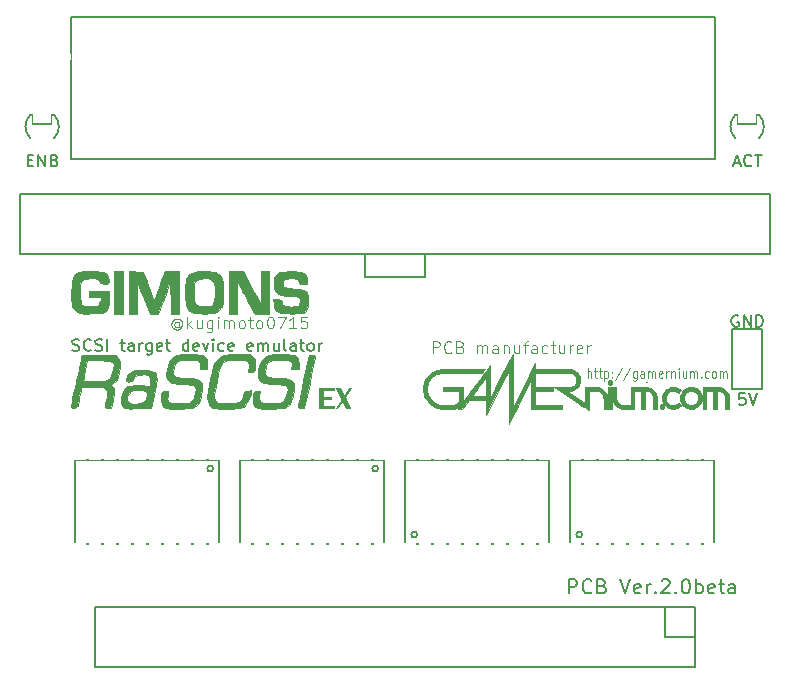
<source format=gto>
%TF.GenerationSoftware,KiCad,Pcbnew,4.0.7*%
%TF.CreationDate,2017-10-24T10:16:06+09:00*%
%TF.ProjectId,RaSCSI,5261534353492E6B696361645F706362,rev?*%
%TF.FileFunction,Legend,Top*%
%FSLAX46Y46*%
G04 Gerber Fmt 4.6, Leading zero omitted, Abs format (unit mm)*
G04 Created by KiCad (PCBNEW 4.0.7) date 10/24/17 10:16:06*
%MOMM*%
%LPD*%
G01*
G04 APERTURE LIST*
%ADD10C,0.100000*%
%ADD11C,0.050000*%
%ADD12C,0.150000*%
%ADD13C,0.200000*%
%ADD14C,0.010000*%
%ADD15C,1.924000*%
%ADD16C,3.399700*%
%ADD17R,1.000000X2.350000*%
%ADD18R,1.924000X1.924000*%
%ADD19R,1.600000X1.770000*%
G04 APERTURE END LIST*
D10*
D11*
X144684750Y-94551500D02*
X145954750Y-94551500D01*
X144684750Y-94551500D02*
X144684750Y-96202500D01*
X145954750Y-94551500D02*
X145954750Y-94678500D01*
X145700750Y-95313500D02*
X145700750Y-95440500D01*
X145954750Y-96075500D02*
X145954750Y-96202500D01*
X145954750Y-96202500D02*
X144684750Y-96202500D01*
X145065750Y-94678500D02*
X145065750Y-95313500D01*
X145065750Y-95440500D02*
X145065750Y-96075500D01*
X145065750Y-96075500D02*
X145954750Y-96075500D01*
X145700750Y-95440500D02*
X145065750Y-95440500D01*
X145065750Y-95313500D02*
X145700750Y-95313500D01*
X145065750Y-94678500D02*
X145954750Y-94678500D01*
X146145250Y-94551500D02*
X146526250Y-94551500D01*
X147288250Y-94551500D02*
X147415250Y-94551500D01*
X146272250Y-96202500D02*
X146145250Y-96202500D01*
X147383500Y-96202500D02*
X147002500Y-96202500D01*
X146856450Y-95178880D02*
X147288250Y-94551500D01*
X146856450Y-95181420D02*
X147288250Y-94551500D01*
X146635470Y-95493840D02*
X146145250Y-96202500D01*
X146688810Y-95600520D02*
X146272250Y-96202500D01*
X146907250Y-95285560D02*
X147415250Y-94551500D01*
X146635470Y-95493840D02*
X146145250Y-94551500D01*
X147001230Y-96202500D02*
X146688810Y-95600520D01*
X146526250Y-94551500D02*
X146856450Y-95181420D01*
X147384770Y-96202500D02*
X146907250Y-95285560D01*
X144748250Y-94551500D02*
X144748250Y-96202500D01*
X144811750Y-94551500D02*
X144811750Y-96202500D01*
X144875250Y-96202500D02*
X144875250Y-94551500D01*
X144938750Y-94551500D02*
X144938750Y-96202500D01*
X145002250Y-96202500D02*
X145002250Y-94551500D01*
X145700750Y-95377000D02*
X144684750Y-95377000D01*
X144716500Y-96202500D02*
X144716500Y-94551500D01*
X144780000Y-94551500D02*
X144780000Y-96202500D01*
X144843500Y-96202500D02*
X144843500Y-94551500D01*
X144907000Y-94551500D02*
X144907000Y-96202500D01*
X144970500Y-96202500D02*
X144970500Y-94551500D01*
X145034000Y-94551500D02*
X145034000Y-96202500D01*
X145700750Y-95345250D02*
X145065750Y-95345250D01*
X145065750Y-95408750D02*
X145700750Y-95408750D01*
X145954750Y-94583250D02*
X145065750Y-94583250D01*
X145065750Y-94615000D02*
X145954750Y-94615000D01*
X145954750Y-94646750D02*
X145065750Y-94646750D01*
X145954750Y-96107250D02*
X145065750Y-96107250D01*
X145065750Y-96139000D02*
X145954750Y-96139000D01*
X145954750Y-96170750D02*
X145065750Y-96170750D01*
X146208750Y-94551500D02*
X147066000Y-96202500D01*
X147034250Y-96202500D02*
X146177000Y-94551500D01*
X146240500Y-94551500D02*
X147097750Y-96202500D01*
X147129500Y-96202500D02*
X146272250Y-94551500D01*
X146304000Y-94551500D02*
X147161250Y-96202500D01*
X147193000Y-96202500D02*
X146335750Y-94551500D01*
X146367500Y-94551500D02*
X147224750Y-96202500D01*
X147288250Y-96202500D02*
X146431000Y-94551500D01*
X146399250Y-94551500D02*
X147256500Y-96202500D01*
X147320000Y-96202500D02*
X146462750Y-94551500D01*
X146494500Y-94551500D02*
X147351750Y-96202500D01*
X146177000Y-96202500D02*
X147320000Y-94551500D01*
X147351750Y-94551500D02*
X146208750Y-96202500D01*
X146240500Y-96202500D02*
X147383500Y-94551500D01*
D12*
X180213096Y-88400000D02*
X180117858Y-88352381D01*
X179975001Y-88352381D01*
X179832143Y-88400000D01*
X179736905Y-88495238D01*
X179689286Y-88590476D01*
X179641667Y-88780952D01*
X179641667Y-88923810D01*
X179689286Y-89114286D01*
X179736905Y-89209524D01*
X179832143Y-89304762D01*
X179975001Y-89352381D01*
X180070239Y-89352381D01*
X180213096Y-89304762D01*
X180260715Y-89257143D01*
X180260715Y-88923810D01*
X180070239Y-88923810D01*
X180689286Y-89352381D02*
X180689286Y-88352381D01*
X181260715Y-89352381D01*
X181260715Y-88352381D01*
X181736905Y-89352381D02*
X181736905Y-88352381D01*
X181975000Y-88352381D01*
X182117858Y-88400000D01*
X182213096Y-88495238D01*
X182260715Y-88590476D01*
X182308334Y-88780952D01*
X182308334Y-88923810D01*
X182260715Y-89114286D01*
X182213096Y-89209524D01*
X182117858Y-89304762D01*
X181975000Y-89352381D01*
X181736905Y-89352381D01*
X180784524Y-94956381D02*
X180308333Y-94956381D01*
X180260714Y-95432571D01*
X180308333Y-95384952D01*
X180403571Y-95337333D01*
X180641667Y-95337333D01*
X180736905Y-95384952D01*
X180784524Y-95432571D01*
X180832143Y-95527810D01*
X180832143Y-95765905D01*
X180784524Y-95861143D01*
X180736905Y-95908762D01*
X180641667Y-95956381D01*
X180403571Y-95956381D01*
X180308333Y-95908762D01*
X180260714Y-95861143D01*
X181117857Y-94956381D02*
X181451190Y-95956381D01*
X181784524Y-94956381D01*
D10*
X154353451Y-91574881D02*
X154353451Y-90574881D01*
X154734404Y-90574881D01*
X154829642Y-90622500D01*
X154877261Y-90670119D01*
X154924880Y-90765357D01*
X154924880Y-90908214D01*
X154877261Y-91003452D01*
X154829642Y-91051071D01*
X154734404Y-91098690D01*
X154353451Y-91098690D01*
X155924880Y-91479643D02*
X155877261Y-91527262D01*
X155734404Y-91574881D01*
X155639166Y-91574881D01*
X155496308Y-91527262D01*
X155401070Y-91432024D01*
X155353451Y-91336786D01*
X155305832Y-91146310D01*
X155305832Y-91003452D01*
X155353451Y-90812976D01*
X155401070Y-90717738D01*
X155496308Y-90622500D01*
X155639166Y-90574881D01*
X155734404Y-90574881D01*
X155877261Y-90622500D01*
X155924880Y-90670119D01*
X156686785Y-91051071D02*
X156829642Y-91098690D01*
X156877261Y-91146310D01*
X156924880Y-91241548D01*
X156924880Y-91384405D01*
X156877261Y-91479643D01*
X156829642Y-91527262D01*
X156734404Y-91574881D01*
X156353451Y-91574881D01*
X156353451Y-90574881D01*
X156686785Y-90574881D01*
X156782023Y-90622500D01*
X156829642Y-90670119D01*
X156877261Y-90765357D01*
X156877261Y-90860595D01*
X156829642Y-90955833D01*
X156782023Y-91003452D01*
X156686785Y-91051071D01*
X156353451Y-91051071D01*
X158115356Y-91574881D02*
X158115356Y-90908214D01*
X158115356Y-91003452D02*
X158162975Y-90955833D01*
X158258213Y-90908214D01*
X158401071Y-90908214D01*
X158496309Y-90955833D01*
X158543928Y-91051071D01*
X158543928Y-91574881D01*
X158543928Y-91051071D02*
X158591547Y-90955833D01*
X158686785Y-90908214D01*
X158829642Y-90908214D01*
X158924880Y-90955833D01*
X158972499Y-91051071D01*
X158972499Y-91574881D01*
X159877261Y-91574881D02*
X159877261Y-91051071D01*
X159829642Y-90955833D01*
X159734404Y-90908214D01*
X159543927Y-90908214D01*
X159448689Y-90955833D01*
X159877261Y-91527262D02*
X159782023Y-91574881D01*
X159543927Y-91574881D01*
X159448689Y-91527262D01*
X159401070Y-91432024D01*
X159401070Y-91336786D01*
X159448689Y-91241548D01*
X159543927Y-91193929D01*
X159782023Y-91193929D01*
X159877261Y-91146310D01*
X160353451Y-90908214D02*
X160353451Y-91574881D01*
X160353451Y-91003452D02*
X160401070Y-90955833D01*
X160496308Y-90908214D01*
X160639166Y-90908214D01*
X160734404Y-90955833D01*
X160782023Y-91051071D01*
X160782023Y-91574881D01*
X161686785Y-90908214D02*
X161686785Y-91574881D01*
X161258213Y-90908214D02*
X161258213Y-91432024D01*
X161305832Y-91527262D01*
X161401070Y-91574881D01*
X161543928Y-91574881D01*
X161639166Y-91527262D01*
X161686785Y-91479643D01*
X162020118Y-90908214D02*
X162401070Y-90908214D01*
X162162975Y-91574881D02*
X162162975Y-90717738D01*
X162210594Y-90622500D01*
X162305832Y-90574881D01*
X162401070Y-90574881D01*
X163162976Y-91574881D02*
X163162976Y-91051071D01*
X163115357Y-90955833D01*
X163020119Y-90908214D01*
X162829642Y-90908214D01*
X162734404Y-90955833D01*
X163162976Y-91527262D02*
X163067738Y-91574881D01*
X162829642Y-91574881D01*
X162734404Y-91527262D01*
X162686785Y-91432024D01*
X162686785Y-91336786D01*
X162734404Y-91241548D01*
X162829642Y-91193929D01*
X163067738Y-91193929D01*
X163162976Y-91146310D01*
X164067738Y-91527262D02*
X163972500Y-91574881D01*
X163782023Y-91574881D01*
X163686785Y-91527262D01*
X163639166Y-91479643D01*
X163591547Y-91384405D01*
X163591547Y-91098690D01*
X163639166Y-91003452D01*
X163686785Y-90955833D01*
X163782023Y-90908214D01*
X163972500Y-90908214D01*
X164067738Y-90955833D01*
X164353452Y-90908214D02*
X164734404Y-90908214D01*
X164496309Y-90574881D02*
X164496309Y-91432024D01*
X164543928Y-91527262D01*
X164639166Y-91574881D01*
X164734404Y-91574881D01*
X165496310Y-90908214D02*
X165496310Y-91574881D01*
X165067738Y-90908214D02*
X165067738Y-91432024D01*
X165115357Y-91527262D01*
X165210595Y-91574881D01*
X165353453Y-91574881D01*
X165448691Y-91527262D01*
X165496310Y-91479643D01*
X165972500Y-91574881D02*
X165972500Y-90908214D01*
X165972500Y-91098690D02*
X166020119Y-91003452D01*
X166067738Y-90955833D01*
X166162976Y-90908214D01*
X166258215Y-90908214D01*
X166972501Y-91527262D02*
X166877263Y-91574881D01*
X166686786Y-91574881D01*
X166591548Y-91527262D01*
X166543929Y-91432024D01*
X166543929Y-91051071D01*
X166591548Y-90955833D01*
X166686786Y-90908214D01*
X166877263Y-90908214D01*
X166972501Y-90955833D01*
X167020120Y-91051071D01*
X167020120Y-91146310D01*
X166543929Y-91241548D01*
X167448691Y-91574881D02*
X167448691Y-90908214D01*
X167448691Y-91098690D02*
X167496310Y-91003452D01*
X167543929Y-90955833D01*
X167639167Y-90908214D01*
X167734406Y-90908214D01*
X132890262Y-89003190D02*
X132842643Y-88955571D01*
X132747405Y-88907952D01*
X132652167Y-88907952D01*
X132556929Y-88955571D01*
X132509309Y-89003190D01*
X132461690Y-89098429D01*
X132461690Y-89193667D01*
X132509309Y-89288905D01*
X132556929Y-89336524D01*
X132652167Y-89384143D01*
X132747405Y-89384143D01*
X132842643Y-89336524D01*
X132890262Y-89288905D01*
X132890262Y-88907952D02*
X132890262Y-89288905D01*
X132937881Y-89336524D01*
X132985500Y-89336524D01*
X133080738Y-89288905D01*
X133128357Y-89193667D01*
X133128357Y-88955571D01*
X133033119Y-88812714D01*
X132890262Y-88717476D01*
X132699786Y-88669857D01*
X132509309Y-88717476D01*
X132366452Y-88812714D01*
X132271214Y-88955571D01*
X132223595Y-89146048D01*
X132271214Y-89336524D01*
X132366452Y-89479381D01*
X132509309Y-89574619D01*
X132699786Y-89622238D01*
X132890262Y-89574619D01*
X133033119Y-89479381D01*
X133556928Y-89479381D02*
X133556928Y-88479381D01*
X133652166Y-89098429D02*
X133937881Y-89479381D01*
X133937881Y-88812714D02*
X133556928Y-89193667D01*
X134795024Y-88812714D02*
X134795024Y-89479381D01*
X134366452Y-88812714D02*
X134366452Y-89336524D01*
X134414071Y-89431762D01*
X134509309Y-89479381D01*
X134652167Y-89479381D01*
X134747405Y-89431762D01*
X134795024Y-89384143D01*
X135699786Y-88812714D02*
X135699786Y-89622238D01*
X135652167Y-89717476D01*
X135604548Y-89765095D01*
X135509309Y-89812714D01*
X135366452Y-89812714D01*
X135271214Y-89765095D01*
X135699786Y-89431762D02*
X135604548Y-89479381D01*
X135414071Y-89479381D01*
X135318833Y-89431762D01*
X135271214Y-89384143D01*
X135223595Y-89288905D01*
X135223595Y-89003190D01*
X135271214Y-88907952D01*
X135318833Y-88860333D01*
X135414071Y-88812714D01*
X135604548Y-88812714D01*
X135699786Y-88860333D01*
X136175976Y-89479381D02*
X136175976Y-88812714D01*
X136175976Y-88479381D02*
X136128357Y-88527000D01*
X136175976Y-88574619D01*
X136223595Y-88527000D01*
X136175976Y-88479381D01*
X136175976Y-88574619D01*
X136652166Y-89479381D02*
X136652166Y-88812714D01*
X136652166Y-88907952D02*
X136699785Y-88860333D01*
X136795023Y-88812714D01*
X136937881Y-88812714D01*
X137033119Y-88860333D01*
X137080738Y-88955571D01*
X137080738Y-89479381D01*
X137080738Y-88955571D02*
X137128357Y-88860333D01*
X137223595Y-88812714D01*
X137366452Y-88812714D01*
X137461690Y-88860333D01*
X137509309Y-88955571D01*
X137509309Y-89479381D01*
X138128356Y-89479381D02*
X138033118Y-89431762D01*
X137985499Y-89384143D01*
X137937880Y-89288905D01*
X137937880Y-89003190D01*
X137985499Y-88907952D01*
X138033118Y-88860333D01*
X138128356Y-88812714D01*
X138271214Y-88812714D01*
X138366452Y-88860333D01*
X138414071Y-88907952D01*
X138461690Y-89003190D01*
X138461690Y-89288905D01*
X138414071Y-89384143D01*
X138366452Y-89431762D01*
X138271214Y-89479381D01*
X138128356Y-89479381D01*
X138747404Y-88812714D02*
X139128356Y-88812714D01*
X138890261Y-88479381D02*
X138890261Y-89336524D01*
X138937880Y-89431762D01*
X139033118Y-89479381D01*
X139128356Y-89479381D01*
X139604547Y-89479381D02*
X139509309Y-89431762D01*
X139461690Y-89384143D01*
X139414071Y-89288905D01*
X139414071Y-89003190D01*
X139461690Y-88907952D01*
X139509309Y-88860333D01*
X139604547Y-88812714D01*
X139747405Y-88812714D01*
X139842643Y-88860333D01*
X139890262Y-88907952D01*
X139937881Y-89003190D01*
X139937881Y-89288905D01*
X139890262Y-89384143D01*
X139842643Y-89431762D01*
X139747405Y-89479381D01*
X139604547Y-89479381D01*
X140556928Y-88479381D02*
X140652167Y-88479381D01*
X140747405Y-88527000D01*
X140795024Y-88574619D01*
X140842643Y-88669857D01*
X140890262Y-88860333D01*
X140890262Y-89098429D01*
X140842643Y-89288905D01*
X140795024Y-89384143D01*
X140747405Y-89431762D01*
X140652167Y-89479381D01*
X140556928Y-89479381D01*
X140461690Y-89431762D01*
X140414071Y-89384143D01*
X140366452Y-89288905D01*
X140318833Y-89098429D01*
X140318833Y-88860333D01*
X140366452Y-88669857D01*
X140414071Y-88574619D01*
X140461690Y-88527000D01*
X140556928Y-88479381D01*
X141223595Y-88479381D02*
X141890262Y-88479381D01*
X141461690Y-89479381D01*
X142795024Y-89479381D02*
X142223595Y-89479381D01*
X142509309Y-89479381D02*
X142509309Y-88479381D01*
X142414071Y-88622238D01*
X142318833Y-88717476D01*
X142223595Y-88765095D01*
X143699786Y-88479381D02*
X143223595Y-88479381D01*
X143175976Y-88955571D01*
X143223595Y-88907952D01*
X143318833Y-88860333D01*
X143556929Y-88860333D01*
X143652167Y-88907952D01*
X143699786Y-88955571D01*
X143747405Y-89050810D01*
X143747405Y-89288905D01*
X143699786Y-89384143D01*
X143652167Y-89431762D01*
X143556929Y-89479381D01*
X143318833Y-89479381D01*
X143223595Y-89431762D01*
X143175976Y-89384143D01*
D13*
X120046905Y-75239571D02*
X120380239Y-75239571D01*
X120523096Y-75763381D02*
X120046905Y-75763381D01*
X120046905Y-74763381D01*
X120523096Y-74763381D01*
X120951667Y-75763381D02*
X120951667Y-74763381D01*
X121523096Y-75763381D01*
X121523096Y-74763381D01*
X122332620Y-75239571D02*
X122475477Y-75287190D01*
X122523096Y-75334810D01*
X122570715Y-75430048D01*
X122570715Y-75572905D01*
X122523096Y-75668143D01*
X122475477Y-75715762D01*
X122380239Y-75763381D01*
X121999286Y-75763381D01*
X121999286Y-74763381D01*
X122332620Y-74763381D01*
X122427858Y-74811000D01*
X122475477Y-74858619D01*
X122523096Y-74953857D01*
X122523096Y-75049095D01*
X122475477Y-75144333D01*
X122427858Y-75191952D01*
X122332620Y-75239571D01*
X121999286Y-75239571D01*
X179855952Y-75477667D02*
X180332143Y-75477667D01*
X179760714Y-75763381D02*
X180094047Y-74763381D01*
X180427381Y-75763381D01*
X181332143Y-75668143D02*
X181284524Y-75715762D01*
X181141667Y-75763381D01*
X181046429Y-75763381D01*
X180903571Y-75715762D01*
X180808333Y-75620524D01*
X180760714Y-75525286D01*
X180713095Y-75334810D01*
X180713095Y-75191952D01*
X180760714Y-75001476D01*
X180808333Y-74906238D01*
X180903571Y-74811000D01*
X181046429Y-74763381D01*
X181141667Y-74763381D01*
X181284524Y-74811000D01*
X181332143Y-74858619D01*
X181617857Y-74763381D02*
X182189286Y-74763381D01*
X181903571Y-75763381D02*
X181903571Y-74763381D01*
D10*
X167455003Y-93643405D02*
X167455003Y-92843405D01*
X167755003Y-93643405D02*
X167755003Y-93224357D01*
X167721669Y-93148167D01*
X167655003Y-93110071D01*
X167555003Y-93110071D01*
X167488336Y-93148167D01*
X167455003Y-93186262D01*
X167988336Y-93110071D02*
X168255002Y-93110071D01*
X168088336Y-92843405D02*
X168088336Y-93529119D01*
X168121669Y-93605310D01*
X168188336Y-93643405D01*
X168255002Y-93643405D01*
X168388336Y-93110071D02*
X168655002Y-93110071D01*
X168488336Y-92843405D02*
X168488336Y-93529119D01*
X168521669Y-93605310D01*
X168588336Y-93643405D01*
X168655002Y-93643405D01*
X168888336Y-93110071D02*
X168888336Y-93910071D01*
X168888336Y-93148167D02*
X168955002Y-93110071D01*
X169088336Y-93110071D01*
X169155002Y-93148167D01*
X169188336Y-93186262D01*
X169221669Y-93262452D01*
X169221669Y-93491024D01*
X169188336Y-93567214D01*
X169155002Y-93605310D01*
X169088336Y-93643405D01*
X168955002Y-93643405D01*
X168888336Y-93605310D01*
X169521669Y-93567214D02*
X169555002Y-93605310D01*
X169521669Y-93643405D01*
X169488335Y-93605310D01*
X169521669Y-93567214D01*
X169521669Y-93643405D01*
X169521669Y-93148167D02*
X169555002Y-93186262D01*
X169521669Y-93224357D01*
X169488335Y-93186262D01*
X169521669Y-93148167D01*
X169521669Y-93224357D01*
X170355002Y-92805310D02*
X169755002Y-93833881D01*
X171088335Y-92805310D02*
X170488335Y-93833881D01*
X171621668Y-93110071D02*
X171621668Y-93757690D01*
X171588334Y-93833881D01*
X171555001Y-93871976D01*
X171488334Y-93910071D01*
X171388334Y-93910071D01*
X171321668Y-93871976D01*
X171621668Y-93605310D02*
X171555001Y-93643405D01*
X171421668Y-93643405D01*
X171355001Y-93605310D01*
X171321668Y-93567214D01*
X171288334Y-93491024D01*
X171288334Y-93262452D01*
X171321668Y-93186262D01*
X171355001Y-93148167D01*
X171421668Y-93110071D01*
X171555001Y-93110071D01*
X171621668Y-93148167D01*
X172255001Y-93643405D02*
X172255001Y-93224357D01*
X172221667Y-93148167D01*
X172155001Y-93110071D01*
X172021667Y-93110071D01*
X171955001Y-93148167D01*
X172255001Y-93605310D02*
X172188334Y-93643405D01*
X172021667Y-93643405D01*
X171955001Y-93605310D01*
X171921667Y-93529119D01*
X171921667Y-93452929D01*
X171955001Y-93376738D01*
X172021667Y-93338643D01*
X172188334Y-93338643D01*
X172255001Y-93300548D01*
X172588334Y-93643405D02*
X172588334Y-93110071D01*
X172588334Y-93186262D02*
X172621667Y-93148167D01*
X172688334Y-93110071D01*
X172788334Y-93110071D01*
X172855000Y-93148167D01*
X172888334Y-93224357D01*
X172888334Y-93643405D01*
X172888334Y-93224357D02*
X172921667Y-93148167D01*
X172988334Y-93110071D01*
X173088334Y-93110071D01*
X173155000Y-93148167D01*
X173188334Y-93224357D01*
X173188334Y-93643405D01*
X173788333Y-93605310D02*
X173721667Y-93643405D01*
X173588333Y-93643405D01*
X173521667Y-93605310D01*
X173488333Y-93529119D01*
X173488333Y-93224357D01*
X173521667Y-93148167D01*
X173588333Y-93110071D01*
X173721667Y-93110071D01*
X173788333Y-93148167D01*
X173821667Y-93224357D01*
X173821667Y-93300548D01*
X173488333Y-93376738D01*
X174121667Y-93643405D02*
X174121667Y-93110071D01*
X174121667Y-93262452D02*
X174155000Y-93186262D01*
X174188333Y-93148167D01*
X174255000Y-93110071D01*
X174321667Y-93110071D01*
X174555000Y-93110071D02*
X174555000Y-93643405D01*
X174555000Y-93186262D02*
X174588333Y-93148167D01*
X174655000Y-93110071D01*
X174755000Y-93110071D01*
X174821666Y-93148167D01*
X174855000Y-93224357D01*
X174855000Y-93643405D01*
X175188333Y-93643405D02*
X175188333Y-93110071D01*
X175188333Y-92843405D02*
X175154999Y-92881500D01*
X175188333Y-92919595D01*
X175221666Y-92881500D01*
X175188333Y-92843405D01*
X175188333Y-92919595D01*
X175821666Y-93110071D02*
X175821666Y-93643405D01*
X175521666Y-93110071D02*
X175521666Y-93529119D01*
X175554999Y-93605310D01*
X175621666Y-93643405D01*
X175721666Y-93643405D01*
X175788332Y-93605310D01*
X175821666Y-93567214D01*
X176154999Y-93643405D02*
X176154999Y-93110071D01*
X176154999Y-93186262D02*
X176188332Y-93148167D01*
X176254999Y-93110071D01*
X176354999Y-93110071D01*
X176421665Y-93148167D01*
X176454999Y-93224357D01*
X176454999Y-93643405D01*
X176454999Y-93224357D02*
X176488332Y-93148167D01*
X176554999Y-93110071D01*
X176654999Y-93110071D01*
X176721665Y-93148167D01*
X176754999Y-93224357D01*
X176754999Y-93643405D01*
X177088332Y-93567214D02*
X177121665Y-93605310D01*
X177088332Y-93643405D01*
X177054998Y-93605310D01*
X177088332Y-93567214D01*
X177088332Y-93643405D01*
X177721665Y-93605310D02*
X177654998Y-93643405D01*
X177521665Y-93643405D01*
X177454998Y-93605310D01*
X177421665Y-93567214D01*
X177388331Y-93491024D01*
X177388331Y-93262452D01*
X177421665Y-93186262D01*
X177454998Y-93148167D01*
X177521665Y-93110071D01*
X177654998Y-93110071D01*
X177721665Y-93148167D01*
X178121665Y-93643405D02*
X178054998Y-93605310D01*
X178021665Y-93567214D01*
X177988331Y-93491024D01*
X177988331Y-93262452D01*
X178021665Y-93186262D01*
X178054998Y-93148167D01*
X178121665Y-93110071D01*
X178221665Y-93110071D01*
X178288331Y-93148167D01*
X178321665Y-93186262D01*
X178354998Y-93262452D01*
X178354998Y-93491024D01*
X178321665Y-93567214D01*
X178288331Y-93605310D01*
X178221665Y-93643405D01*
X178121665Y-93643405D01*
X178654998Y-93643405D02*
X178654998Y-93110071D01*
X178654998Y-93186262D02*
X178688331Y-93148167D01*
X178754998Y-93110071D01*
X178854998Y-93110071D01*
X178921664Y-93148167D01*
X178954998Y-93224357D01*
X178954998Y-93643405D01*
X178954998Y-93224357D02*
X178988331Y-93148167D01*
X179054998Y-93110071D01*
X179154998Y-93110071D01*
X179221664Y-93148167D01*
X179254998Y-93224357D01*
X179254998Y-93643405D01*
D12*
X123842189Y-91336762D02*
X123985046Y-91384381D01*
X124223142Y-91384381D01*
X124318380Y-91336762D01*
X124365999Y-91289143D01*
X124413618Y-91193905D01*
X124413618Y-91098667D01*
X124365999Y-91003429D01*
X124318380Y-90955810D01*
X124223142Y-90908190D01*
X124032665Y-90860571D01*
X123937427Y-90812952D01*
X123889808Y-90765333D01*
X123842189Y-90670095D01*
X123842189Y-90574857D01*
X123889808Y-90479619D01*
X123937427Y-90432000D01*
X124032665Y-90384381D01*
X124270761Y-90384381D01*
X124413618Y-90432000D01*
X125413618Y-91289143D02*
X125365999Y-91336762D01*
X125223142Y-91384381D01*
X125127904Y-91384381D01*
X124985046Y-91336762D01*
X124889808Y-91241524D01*
X124842189Y-91146286D01*
X124794570Y-90955810D01*
X124794570Y-90812952D01*
X124842189Y-90622476D01*
X124889808Y-90527238D01*
X124985046Y-90432000D01*
X125127904Y-90384381D01*
X125223142Y-90384381D01*
X125365999Y-90432000D01*
X125413618Y-90479619D01*
X125794570Y-91336762D02*
X125937427Y-91384381D01*
X126175523Y-91384381D01*
X126270761Y-91336762D01*
X126318380Y-91289143D01*
X126365999Y-91193905D01*
X126365999Y-91098667D01*
X126318380Y-91003429D01*
X126270761Y-90955810D01*
X126175523Y-90908190D01*
X125985046Y-90860571D01*
X125889808Y-90812952D01*
X125842189Y-90765333D01*
X125794570Y-90670095D01*
X125794570Y-90574857D01*
X125842189Y-90479619D01*
X125889808Y-90432000D01*
X125985046Y-90384381D01*
X126223142Y-90384381D01*
X126365999Y-90432000D01*
X126794570Y-91384381D02*
X126794570Y-90384381D01*
X127889808Y-90717714D02*
X128270760Y-90717714D01*
X128032665Y-90384381D02*
X128032665Y-91241524D01*
X128080284Y-91336762D01*
X128175522Y-91384381D01*
X128270760Y-91384381D01*
X129032666Y-91384381D02*
X129032666Y-90860571D01*
X128985047Y-90765333D01*
X128889809Y-90717714D01*
X128699332Y-90717714D01*
X128604094Y-90765333D01*
X129032666Y-91336762D02*
X128937428Y-91384381D01*
X128699332Y-91384381D01*
X128604094Y-91336762D01*
X128556475Y-91241524D01*
X128556475Y-91146286D01*
X128604094Y-91051048D01*
X128699332Y-91003429D01*
X128937428Y-91003429D01*
X129032666Y-90955810D01*
X129508856Y-91384381D02*
X129508856Y-90717714D01*
X129508856Y-90908190D02*
X129556475Y-90812952D01*
X129604094Y-90765333D01*
X129699332Y-90717714D01*
X129794571Y-90717714D01*
X130556476Y-90717714D02*
X130556476Y-91527238D01*
X130508857Y-91622476D01*
X130461238Y-91670095D01*
X130365999Y-91717714D01*
X130223142Y-91717714D01*
X130127904Y-91670095D01*
X130556476Y-91336762D02*
X130461238Y-91384381D01*
X130270761Y-91384381D01*
X130175523Y-91336762D01*
X130127904Y-91289143D01*
X130080285Y-91193905D01*
X130080285Y-90908190D01*
X130127904Y-90812952D01*
X130175523Y-90765333D01*
X130270761Y-90717714D01*
X130461238Y-90717714D01*
X130556476Y-90765333D01*
X131413619Y-91336762D02*
X131318381Y-91384381D01*
X131127904Y-91384381D01*
X131032666Y-91336762D01*
X130985047Y-91241524D01*
X130985047Y-90860571D01*
X131032666Y-90765333D01*
X131127904Y-90717714D01*
X131318381Y-90717714D01*
X131413619Y-90765333D01*
X131461238Y-90860571D01*
X131461238Y-90955810D01*
X130985047Y-91051048D01*
X131746952Y-90717714D02*
X132127904Y-90717714D01*
X131889809Y-90384381D02*
X131889809Y-91241524D01*
X131937428Y-91336762D01*
X132032666Y-91384381D01*
X132127904Y-91384381D01*
X133651715Y-91384381D02*
X133651715Y-90384381D01*
X133651715Y-91336762D02*
X133556477Y-91384381D01*
X133366000Y-91384381D01*
X133270762Y-91336762D01*
X133223143Y-91289143D01*
X133175524Y-91193905D01*
X133175524Y-90908190D01*
X133223143Y-90812952D01*
X133270762Y-90765333D01*
X133366000Y-90717714D01*
X133556477Y-90717714D01*
X133651715Y-90765333D01*
X134508858Y-91336762D02*
X134413620Y-91384381D01*
X134223143Y-91384381D01*
X134127905Y-91336762D01*
X134080286Y-91241524D01*
X134080286Y-90860571D01*
X134127905Y-90765333D01*
X134223143Y-90717714D01*
X134413620Y-90717714D01*
X134508858Y-90765333D01*
X134556477Y-90860571D01*
X134556477Y-90955810D01*
X134080286Y-91051048D01*
X134889810Y-90717714D02*
X135127905Y-91384381D01*
X135366001Y-90717714D01*
X135746953Y-91384381D02*
X135746953Y-90717714D01*
X135746953Y-90384381D02*
X135699334Y-90432000D01*
X135746953Y-90479619D01*
X135794572Y-90432000D01*
X135746953Y-90384381D01*
X135746953Y-90479619D01*
X136651715Y-91336762D02*
X136556477Y-91384381D01*
X136366000Y-91384381D01*
X136270762Y-91336762D01*
X136223143Y-91289143D01*
X136175524Y-91193905D01*
X136175524Y-90908190D01*
X136223143Y-90812952D01*
X136270762Y-90765333D01*
X136366000Y-90717714D01*
X136556477Y-90717714D01*
X136651715Y-90765333D01*
X137461239Y-91336762D02*
X137366001Y-91384381D01*
X137175524Y-91384381D01*
X137080286Y-91336762D01*
X137032667Y-91241524D01*
X137032667Y-90860571D01*
X137080286Y-90765333D01*
X137175524Y-90717714D01*
X137366001Y-90717714D01*
X137461239Y-90765333D01*
X137508858Y-90860571D01*
X137508858Y-90955810D01*
X137032667Y-91051048D01*
X139080287Y-91336762D02*
X138985049Y-91384381D01*
X138794572Y-91384381D01*
X138699334Y-91336762D01*
X138651715Y-91241524D01*
X138651715Y-90860571D01*
X138699334Y-90765333D01*
X138794572Y-90717714D01*
X138985049Y-90717714D01*
X139080287Y-90765333D01*
X139127906Y-90860571D01*
X139127906Y-90955810D01*
X138651715Y-91051048D01*
X139556477Y-91384381D02*
X139556477Y-90717714D01*
X139556477Y-90812952D02*
X139604096Y-90765333D01*
X139699334Y-90717714D01*
X139842192Y-90717714D01*
X139937430Y-90765333D01*
X139985049Y-90860571D01*
X139985049Y-91384381D01*
X139985049Y-90860571D02*
X140032668Y-90765333D01*
X140127906Y-90717714D01*
X140270763Y-90717714D01*
X140366001Y-90765333D01*
X140413620Y-90860571D01*
X140413620Y-91384381D01*
X141318382Y-90717714D02*
X141318382Y-91384381D01*
X140889810Y-90717714D02*
X140889810Y-91241524D01*
X140937429Y-91336762D01*
X141032667Y-91384381D01*
X141175525Y-91384381D01*
X141270763Y-91336762D01*
X141318382Y-91289143D01*
X141937429Y-91384381D02*
X141842191Y-91336762D01*
X141794572Y-91241524D01*
X141794572Y-90384381D01*
X142746954Y-91384381D02*
X142746954Y-90860571D01*
X142699335Y-90765333D01*
X142604097Y-90717714D01*
X142413620Y-90717714D01*
X142318382Y-90765333D01*
X142746954Y-91336762D02*
X142651716Y-91384381D01*
X142413620Y-91384381D01*
X142318382Y-91336762D01*
X142270763Y-91241524D01*
X142270763Y-91146286D01*
X142318382Y-91051048D01*
X142413620Y-91003429D01*
X142651716Y-91003429D01*
X142746954Y-90955810D01*
X143080287Y-90717714D02*
X143461239Y-90717714D01*
X143223144Y-90384381D02*
X143223144Y-91241524D01*
X143270763Y-91336762D01*
X143366001Y-91384381D01*
X143461239Y-91384381D01*
X143937430Y-91384381D02*
X143842192Y-91336762D01*
X143794573Y-91289143D01*
X143746954Y-91193905D01*
X143746954Y-90908190D01*
X143794573Y-90812952D01*
X143842192Y-90765333D01*
X143937430Y-90717714D01*
X144080288Y-90717714D01*
X144175526Y-90765333D01*
X144223145Y-90812952D01*
X144270764Y-90908190D01*
X144270764Y-91193905D01*
X144223145Y-91289143D01*
X144175526Y-91336762D01*
X144080288Y-91384381D01*
X143937430Y-91384381D01*
X144699335Y-91384381D02*
X144699335Y-90717714D01*
X144699335Y-90908190D02*
X144746954Y-90812952D01*
X144794573Y-90765333D01*
X144889811Y-90717714D01*
X144985050Y-90717714D01*
D13*
X165893714Y-111921857D02*
X165893714Y-110721857D01*
X166350857Y-110721857D01*
X166465143Y-110779000D01*
X166522286Y-110836143D01*
X166579429Y-110950429D01*
X166579429Y-111121857D01*
X166522286Y-111236143D01*
X166465143Y-111293286D01*
X166350857Y-111350429D01*
X165893714Y-111350429D01*
X167779429Y-111807571D02*
X167722286Y-111864714D01*
X167550857Y-111921857D01*
X167436571Y-111921857D01*
X167265143Y-111864714D01*
X167150857Y-111750429D01*
X167093714Y-111636143D01*
X167036571Y-111407571D01*
X167036571Y-111236143D01*
X167093714Y-111007571D01*
X167150857Y-110893286D01*
X167265143Y-110779000D01*
X167436571Y-110721857D01*
X167550857Y-110721857D01*
X167722286Y-110779000D01*
X167779429Y-110836143D01*
X168693714Y-111293286D02*
X168865143Y-111350429D01*
X168922286Y-111407571D01*
X168979429Y-111521857D01*
X168979429Y-111693286D01*
X168922286Y-111807571D01*
X168865143Y-111864714D01*
X168750857Y-111921857D01*
X168293714Y-111921857D01*
X168293714Y-110721857D01*
X168693714Y-110721857D01*
X168808000Y-110779000D01*
X168865143Y-110836143D01*
X168922286Y-110950429D01*
X168922286Y-111064714D01*
X168865143Y-111179000D01*
X168808000Y-111236143D01*
X168693714Y-111293286D01*
X168293714Y-111293286D01*
X170236572Y-110721857D02*
X170636572Y-111921857D01*
X171036572Y-110721857D01*
X171893714Y-111864714D02*
X171779428Y-111921857D01*
X171550857Y-111921857D01*
X171436571Y-111864714D01*
X171379428Y-111750429D01*
X171379428Y-111293286D01*
X171436571Y-111179000D01*
X171550857Y-111121857D01*
X171779428Y-111121857D01*
X171893714Y-111179000D01*
X171950857Y-111293286D01*
X171950857Y-111407571D01*
X171379428Y-111521857D01*
X172465142Y-111921857D02*
X172465142Y-111121857D01*
X172465142Y-111350429D02*
X172522285Y-111236143D01*
X172579428Y-111179000D01*
X172693714Y-111121857D01*
X172807999Y-111121857D01*
X173207999Y-111807571D02*
X173265142Y-111864714D01*
X173207999Y-111921857D01*
X173150856Y-111864714D01*
X173207999Y-111807571D01*
X173207999Y-111921857D01*
X173722285Y-110836143D02*
X173779428Y-110779000D01*
X173893714Y-110721857D01*
X174179428Y-110721857D01*
X174293714Y-110779000D01*
X174350857Y-110836143D01*
X174408000Y-110950429D01*
X174408000Y-111064714D01*
X174350857Y-111236143D01*
X173665143Y-111921857D01*
X174408000Y-111921857D01*
X174922285Y-111807571D02*
X174979428Y-111864714D01*
X174922285Y-111921857D01*
X174865142Y-111864714D01*
X174922285Y-111807571D01*
X174922285Y-111921857D01*
X175722286Y-110721857D02*
X175836571Y-110721857D01*
X175950857Y-110779000D01*
X176008000Y-110836143D01*
X176065143Y-110950429D01*
X176122286Y-111179000D01*
X176122286Y-111464714D01*
X176065143Y-111693286D01*
X176008000Y-111807571D01*
X175950857Y-111864714D01*
X175836571Y-111921857D01*
X175722286Y-111921857D01*
X175608000Y-111864714D01*
X175550857Y-111807571D01*
X175493714Y-111693286D01*
X175436571Y-111464714D01*
X175436571Y-111179000D01*
X175493714Y-110950429D01*
X175550857Y-110836143D01*
X175608000Y-110779000D01*
X175722286Y-110721857D01*
X176636571Y-111921857D02*
X176636571Y-110721857D01*
X176636571Y-111179000D02*
X176750857Y-111121857D01*
X176979428Y-111121857D01*
X177093714Y-111179000D01*
X177150857Y-111236143D01*
X177208000Y-111350429D01*
X177208000Y-111693286D01*
X177150857Y-111807571D01*
X177093714Y-111864714D01*
X176979428Y-111921857D01*
X176750857Y-111921857D01*
X176636571Y-111864714D01*
X178179428Y-111864714D02*
X178065142Y-111921857D01*
X177836571Y-111921857D01*
X177722285Y-111864714D01*
X177665142Y-111750429D01*
X177665142Y-111293286D01*
X177722285Y-111179000D01*
X177836571Y-111121857D01*
X178065142Y-111121857D01*
X178179428Y-111179000D01*
X178236571Y-111293286D01*
X178236571Y-111407571D01*
X177665142Y-111521857D01*
X178579428Y-111121857D02*
X179036571Y-111121857D01*
X178750856Y-110721857D02*
X178750856Y-111750429D01*
X178807999Y-111864714D01*
X178922285Y-111921857D01*
X179036571Y-111921857D01*
X179950856Y-111921857D02*
X179950856Y-111293286D01*
X179893713Y-111179000D01*
X179779427Y-111121857D01*
X179550856Y-111121857D01*
X179436570Y-111179000D01*
X179950856Y-111864714D02*
X179836570Y-111921857D01*
X179550856Y-111921857D01*
X179436570Y-111864714D01*
X179379427Y-111750429D01*
X179379427Y-111636143D01*
X179436570Y-111521857D01*
X179550856Y-111464714D01*
X179836570Y-111464714D01*
X179950856Y-111407571D01*
X173990000Y-115570000D02*
X176530000Y-115570000D01*
X173990000Y-113030000D02*
X173990000Y-115570000D01*
X125730000Y-113030000D02*
X176530000Y-113030000D01*
X125730000Y-118110000D02*
X125730000Y-113030000D01*
X176530000Y-118110000D02*
X125730000Y-118110000D01*
X176530000Y-113030000D02*
X176530000Y-118110000D01*
D12*
X123750000Y-75100000D02*
X123750000Y-63100000D01*
X123750000Y-63100000D02*
X178250000Y-63100000D01*
X123750000Y-75100000D02*
X178250000Y-75100000D01*
X178250000Y-75100000D02*
X178250000Y-63100000D01*
X149733000Y-101346000D02*
G75*
G03X149733000Y-101346000I-254000J0D01*
G01*
X150241000Y-100584000D02*
X150241000Y-107696000D01*
X150241000Y-107696000D02*
X138049000Y-107696000D01*
X138049000Y-107696000D02*
X138049000Y-100584000D01*
X138049000Y-100584000D02*
X150241000Y-100584000D01*
X167005000Y-106934000D02*
G75*
G03X167005000Y-106934000I-254000J0D01*
G01*
X165989000Y-107696000D02*
X165989000Y-100584000D01*
X165989000Y-100584000D02*
X178181000Y-100584000D01*
X178181000Y-100584000D02*
X178181000Y-107696000D01*
X178181000Y-107696000D02*
X165989000Y-107696000D01*
X153035000Y-106934000D02*
G75*
G03X153035000Y-106934000I-254000J0D01*
G01*
X152019000Y-107696000D02*
X152019000Y-100584000D01*
X152019000Y-100584000D02*
X164211000Y-100584000D01*
X164211000Y-100584000D02*
X164211000Y-107696000D01*
X164211000Y-107696000D02*
X152019000Y-107696000D01*
X135763000Y-101346000D02*
G75*
G03X135763000Y-101346000I-254000J0D01*
G01*
X136271000Y-100584000D02*
X136271000Y-107696000D01*
X136271000Y-107696000D02*
X124079000Y-107696000D01*
X124079000Y-107696000D02*
X124079000Y-100584000D01*
X124079000Y-100584000D02*
X136271000Y-100584000D01*
X179705000Y-94615000D02*
X182245000Y-94615000D01*
X182245000Y-94615000D02*
X182245000Y-89535000D01*
X182245000Y-89535000D02*
X179705000Y-89535000D01*
X179705000Y-89535000D02*
X179705000Y-94615000D01*
X181975000Y-71390000D02*
X181725000Y-71390000D01*
X181725000Y-71390000D02*
X181725000Y-71890000D01*
X181725000Y-71890000D02*
X181725000Y-72140000D01*
X181725000Y-72140000D02*
X180225000Y-72140000D01*
X180225000Y-72140000D02*
X180225000Y-71390000D01*
X180225000Y-71390000D02*
X179975000Y-71390000D01*
X179975000Y-71390000D02*
G75*
G03X179975000Y-73390000I1000000J-1000000D01*
G01*
X181975000Y-73390000D02*
G75*
G03X181975000Y-71390000I-1000000J1000000D01*
G01*
X122285000Y-71390000D02*
X122035000Y-71390000D01*
X122035000Y-71390000D02*
X122035000Y-71890000D01*
X122035000Y-71890000D02*
X122035000Y-72140000D01*
X122035000Y-72140000D02*
X120535000Y-72140000D01*
X120535000Y-72140000D02*
X120535000Y-71390000D01*
X120535000Y-71390000D02*
X120285000Y-71390000D01*
X120285000Y-71390000D02*
G75*
G03X120285000Y-73390000I1000000J-1000000D01*
G01*
X122285000Y-73390000D02*
G75*
G03X122285000Y-71390000I-1000000J1000000D01*
G01*
D14*
G36*
X129853609Y-93024246D02*
X130238645Y-93042355D01*
X130534633Y-93083499D01*
X130748372Y-93163621D01*
X130886661Y-93298664D01*
X130956298Y-93504571D01*
X130964082Y-93797283D01*
X130916810Y-94192745D01*
X130821283Y-94706898D01*
X130739030Y-95100588D01*
X130659206Y-95477496D01*
X130591925Y-95800023D01*
X130542749Y-96041119D01*
X130517243Y-96173733D01*
X130514912Y-96190205D01*
X130447887Y-96212140D01*
X130277382Y-96224689D01*
X130160059Y-96225951D01*
X129921856Y-96228530D01*
X129592422Y-96237796D01*
X129229697Y-96251988D01*
X129095500Y-96258291D01*
X128766851Y-96266629D01*
X128479983Y-96259603D01*
X128277897Y-96238892D01*
X128222590Y-96224148D01*
X128022249Y-96068262D01*
X127924427Y-95810957D01*
X127925514Y-95486205D01*
X128452603Y-95486205D01*
X128510306Y-95690597D01*
X128550323Y-95740033D01*
X128708351Y-95813825D01*
X128962543Y-95848690D01*
X129265581Y-95847388D01*
X129570150Y-95812676D01*
X129828934Y-95747314D01*
X129992768Y-95655935D01*
X130115320Y-95467355D01*
X130188185Y-95228544D01*
X130200156Y-94998915D01*
X130145827Y-94844472D01*
X130009525Y-94768011D01*
X129774186Y-94711845D01*
X129489501Y-94681964D01*
X129205158Y-94684360D01*
X129027611Y-94709646D01*
X128799150Y-94819563D01*
X128615107Y-95011652D01*
X128493564Y-95246878D01*
X128452603Y-95486205D01*
X127925514Y-95486205D01*
X127925611Y-95457423D01*
X128018544Y-95050763D01*
X128183459Y-94711737D01*
X128402511Y-94470104D01*
X128573830Y-94376422D01*
X128827507Y-94320723D01*
X129154534Y-94290869D01*
X129505250Y-94286655D01*
X129829992Y-94307875D01*
X130079098Y-94354325D01*
X130152402Y-94382939D01*
X130292310Y-94444108D01*
X130357105Y-94407562D01*
X130395196Y-94261082D01*
X130445191Y-93894658D01*
X130421461Y-93644299D01*
X130321195Y-93494561D01*
X130248578Y-93455210D01*
X129918366Y-93380510D01*
X129581377Y-93388697D01*
X129277236Y-93470490D01*
X129045570Y-93616608D01*
X128944080Y-93760731D01*
X128852126Y-93915303D01*
X128712631Y-93974027D01*
X128595815Y-93980000D01*
X128426139Y-93969585D01*
X128370590Y-93919295D01*
X128390736Y-93811912D01*
X128488388Y-93531423D01*
X128585748Y-93350830D01*
X128712703Y-93223695D01*
X128813491Y-93155016D01*
X128943259Y-93085679D01*
X129087159Y-93042760D01*
X129281077Y-93021746D01*
X129560904Y-93018127D01*
X129853609Y-93024246D01*
X129853609Y-93024246D01*
G37*
X129853609Y-93024246D02*
X130238645Y-93042355D01*
X130534633Y-93083499D01*
X130748372Y-93163621D01*
X130886661Y-93298664D01*
X130956298Y-93504571D01*
X130964082Y-93797283D01*
X130916810Y-94192745D01*
X130821283Y-94706898D01*
X130739030Y-95100588D01*
X130659206Y-95477496D01*
X130591925Y-95800023D01*
X130542749Y-96041119D01*
X130517243Y-96173733D01*
X130514912Y-96190205D01*
X130447887Y-96212140D01*
X130277382Y-96224689D01*
X130160059Y-96225951D01*
X129921856Y-96228530D01*
X129592422Y-96237796D01*
X129229697Y-96251988D01*
X129095500Y-96258291D01*
X128766851Y-96266629D01*
X128479983Y-96259603D01*
X128277897Y-96238892D01*
X128222590Y-96224148D01*
X128022249Y-96068262D01*
X127924427Y-95810957D01*
X127925514Y-95486205D01*
X128452603Y-95486205D01*
X128510306Y-95690597D01*
X128550323Y-95740033D01*
X128708351Y-95813825D01*
X128962543Y-95848690D01*
X129265581Y-95847388D01*
X129570150Y-95812676D01*
X129828934Y-95747314D01*
X129992768Y-95655935D01*
X130115320Y-95467355D01*
X130188185Y-95228544D01*
X130200156Y-94998915D01*
X130145827Y-94844472D01*
X130009525Y-94768011D01*
X129774186Y-94711845D01*
X129489501Y-94681964D01*
X129205158Y-94684360D01*
X129027611Y-94709646D01*
X128799150Y-94819563D01*
X128615107Y-95011652D01*
X128493564Y-95246878D01*
X128452603Y-95486205D01*
X127925514Y-95486205D01*
X127925611Y-95457423D01*
X128018544Y-95050763D01*
X128183459Y-94711737D01*
X128402511Y-94470104D01*
X128573830Y-94376422D01*
X128827507Y-94320723D01*
X129154534Y-94290869D01*
X129505250Y-94286655D01*
X129829992Y-94307875D01*
X130079098Y-94354325D01*
X130152402Y-94382939D01*
X130292310Y-94444108D01*
X130357105Y-94407562D01*
X130395196Y-94261082D01*
X130445191Y-93894658D01*
X130421461Y-93644299D01*
X130321195Y-93494561D01*
X130248578Y-93455210D01*
X129918366Y-93380510D01*
X129581377Y-93388697D01*
X129277236Y-93470490D01*
X129045570Y-93616608D01*
X128944080Y-93760731D01*
X128852126Y-93915303D01*
X128712631Y-93974027D01*
X128595815Y-93980000D01*
X128426139Y-93969585D01*
X128370590Y-93919295D01*
X128390736Y-93811912D01*
X128488388Y-93531423D01*
X128585748Y-93350830D01*
X128712703Y-93223695D01*
X128813491Y-93155016D01*
X128943259Y-93085679D01*
X129087159Y-93042760D01*
X129281077Y-93021746D01*
X129560904Y-93018127D01*
X129853609Y-93024246D01*
G36*
X133928318Y-91676143D02*
X134315524Y-91689048D01*
X134583836Y-91706092D01*
X134763762Y-91732999D01*
X134885812Y-91775491D01*
X134980495Y-91839290D01*
X135028823Y-91882581D01*
X135142078Y-92012496D01*
X135200241Y-92162908D01*
X135220254Y-92388047D01*
X135221383Y-92498905D01*
X135221383Y-92934118D01*
X134607108Y-92934118D01*
X134654782Y-92679991D01*
X134652014Y-92443074D01*
X134537474Y-92272438D01*
X134304368Y-92165044D01*
X133945901Y-92117857D01*
X133455279Y-92127840D01*
X133424158Y-92129999D01*
X133038407Y-92178565D01*
X132769651Y-92272638D01*
X132587654Y-92432306D01*
X132462177Y-92677654D01*
X132423944Y-92794436D01*
X132353585Y-93114730D01*
X132368389Y-93351162D01*
X132481114Y-93515030D01*
X132704518Y-93617634D01*
X133051359Y-93670271D01*
X133428442Y-93684013D01*
X133964070Y-93711388D01*
X134363176Y-93785290D01*
X134631672Y-93907125D01*
X134723003Y-93991565D01*
X134801338Y-94116741D01*
X134836345Y-94271360D01*
X134835353Y-94503117D01*
X134824527Y-94652353D01*
X134746560Y-95204707D01*
X134611833Y-95628303D01*
X134413729Y-95935130D01*
X134145630Y-96137179D01*
X133965817Y-96208026D01*
X133787744Y-96238919D01*
X133506173Y-96263066D01*
X133158993Y-96279858D01*
X132784097Y-96288685D01*
X132419378Y-96288937D01*
X132102726Y-96280003D01*
X131872034Y-96261275D01*
X131784912Y-96243123D01*
X131536867Y-96096498D01*
X131391574Y-95865127D01*
X131337603Y-95529227D01*
X131336677Y-95467205D01*
X131345055Y-95148103D01*
X131379996Y-94950072D01*
X131456208Y-94845241D01*
X131588397Y-94805741D01*
X131687856Y-94801765D01*
X131948344Y-94801765D01*
X131900029Y-95156618D01*
X131880343Y-95431108D01*
X131923381Y-95618311D01*
X132049930Y-95735938D01*
X132280773Y-95801700D01*
X132636697Y-95833311D01*
X132697289Y-95836003D01*
X133036861Y-95837691D01*
X133362825Y-95818657D01*
X133612832Y-95782892D01*
X133643350Y-95775421D01*
X133861138Y-95696476D01*
X133995298Y-95574845D01*
X134098464Y-95376182D01*
X134238887Y-94979732D01*
X134289737Y-94659482D01*
X134248686Y-94433149D01*
X134227086Y-94397713D01*
X134158087Y-94336830D01*
X134036277Y-94290777D01*
X133835903Y-94254485D01*
X133531212Y-94222880D01*
X133219325Y-94199242D01*
X132791638Y-94165957D01*
X132483970Y-94129885D01*
X132267020Y-94082998D01*
X132111488Y-94017270D01*
X131988072Y-93924673D01*
X131904661Y-93839085D01*
X131808965Y-93634913D01*
X131781496Y-93340723D01*
X131814540Y-92995173D01*
X131900386Y-92636920D01*
X132031321Y-92304622D01*
X132199632Y-92036936D01*
X132281227Y-91951634D01*
X132483354Y-91822376D01*
X132762977Y-91734749D01*
X133139786Y-91685458D01*
X133633469Y-91671210D01*
X133928318Y-91676143D01*
X133928318Y-91676143D01*
G37*
X133928318Y-91676143D02*
X134315524Y-91689048D01*
X134583836Y-91706092D01*
X134763762Y-91732999D01*
X134885812Y-91775491D01*
X134980495Y-91839290D01*
X135028823Y-91882581D01*
X135142078Y-92012496D01*
X135200241Y-92162908D01*
X135220254Y-92388047D01*
X135221383Y-92498905D01*
X135221383Y-92934118D01*
X134607108Y-92934118D01*
X134654782Y-92679991D01*
X134652014Y-92443074D01*
X134537474Y-92272438D01*
X134304368Y-92165044D01*
X133945901Y-92117857D01*
X133455279Y-92127840D01*
X133424158Y-92129999D01*
X133038407Y-92178565D01*
X132769651Y-92272638D01*
X132587654Y-92432306D01*
X132462177Y-92677654D01*
X132423944Y-92794436D01*
X132353585Y-93114730D01*
X132368389Y-93351162D01*
X132481114Y-93515030D01*
X132704518Y-93617634D01*
X133051359Y-93670271D01*
X133428442Y-93684013D01*
X133964070Y-93711388D01*
X134363176Y-93785290D01*
X134631672Y-93907125D01*
X134723003Y-93991565D01*
X134801338Y-94116741D01*
X134836345Y-94271360D01*
X134835353Y-94503117D01*
X134824527Y-94652353D01*
X134746560Y-95204707D01*
X134611833Y-95628303D01*
X134413729Y-95935130D01*
X134145630Y-96137179D01*
X133965817Y-96208026D01*
X133787744Y-96238919D01*
X133506173Y-96263066D01*
X133158993Y-96279858D01*
X132784097Y-96288685D01*
X132419378Y-96288937D01*
X132102726Y-96280003D01*
X131872034Y-96261275D01*
X131784912Y-96243123D01*
X131536867Y-96096498D01*
X131391574Y-95865127D01*
X131337603Y-95529227D01*
X131336677Y-95467205D01*
X131345055Y-95148103D01*
X131379996Y-94950072D01*
X131456208Y-94845241D01*
X131588397Y-94805741D01*
X131687856Y-94801765D01*
X131948344Y-94801765D01*
X131900029Y-95156618D01*
X131880343Y-95431108D01*
X131923381Y-95618311D01*
X132049930Y-95735938D01*
X132280773Y-95801700D01*
X132636697Y-95833311D01*
X132697289Y-95836003D01*
X133036861Y-95837691D01*
X133362825Y-95818657D01*
X133612832Y-95782892D01*
X133643350Y-95775421D01*
X133861138Y-95696476D01*
X133995298Y-95574845D01*
X134098464Y-95376182D01*
X134238887Y-94979732D01*
X134289737Y-94659482D01*
X134248686Y-94433149D01*
X134227086Y-94397713D01*
X134158087Y-94336830D01*
X134036277Y-94290777D01*
X133835903Y-94254485D01*
X133531212Y-94222880D01*
X133219325Y-94199242D01*
X132791638Y-94165957D01*
X132483970Y-94129885D01*
X132267020Y-94082998D01*
X132111488Y-94017270D01*
X131988072Y-93924673D01*
X131904661Y-93839085D01*
X131808965Y-93634913D01*
X131781496Y-93340723D01*
X131814540Y-92995173D01*
X131900386Y-92636920D01*
X132031321Y-92304622D01*
X132199632Y-92036936D01*
X132281227Y-91951634D01*
X132483354Y-91822376D01*
X132762977Y-91734749D01*
X133139786Y-91685458D01*
X133633469Y-91671210D01*
X133928318Y-91676143D01*
G36*
X139111835Y-91882489D02*
X139269368Y-92109962D01*
X139333896Y-92399290D01*
X139309850Y-92777368D01*
X139283515Y-92924779D01*
X139233754Y-93083161D01*
X139136023Y-93147292D01*
X138974286Y-93158235D01*
X138711748Y-93158235D01*
X138755022Y-92792851D01*
X138774805Y-92542590D01*
X138751246Y-92367066D01*
X138663729Y-92253152D01*
X138491642Y-92187719D01*
X138214370Y-92157637D01*
X137811301Y-92149780D01*
X137745194Y-92149706D01*
X137317181Y-92156381D01*
X136987041Y-92188304D01*
X136737007Y-92263318D01*
X136549312Y-92399268D01*
X136406189Y-92613998D01*
X136289871Y-92925352D01*
X136182592Y-93351174D01*
X136085129Y-93817000D01*
X135980638Y-94344819D01*
X135906874Y-94747545D01*
X135862281Y-95045966D01*
X135845299Y-95260870D01*
X135854373Y-95413047D01*
X135887945Y-95523285D01*
X135944456Y-95612373D01*
X135950091Y-95619419D01*
X136047673Y-95712889D01*
X136181241Y-95771863D01*
X136390561Y-95808165D01*
X136658549Y-95830080D01*
X137199894Y-95841030D01*
X137634171Y-95799352D01*
X137947757Y-95706911D01*
X138060196Y-95638111D01*
X138169647Y-95492466D01*
X138271680Y-95265489D01*
X138310665Y-95137941D01*
X138373316Y-94917802D01*
X138441373Y-94803880D01*
X138552698Y-94756549D01*
X138690248Y-94740673D01*
X138975204Y-94716935D01*
X138924353Y-95002144D01*
X138824346Y-95353871D01*
X138663795Y-95696013D01*
X138470474Y-95976577D01*
X138335052Y-96105235D01*
X138235980Y-96166267D01*
X138115779Y-96209836D01*
X137947277Y-96239553D01*
X137703304Y-96259033D01*
X137356688Y-96271888D01*
X137027699Y-96279082D01*
X136570899Y-96284473D01*
X136236604Y-96279565D01*
X135998138Y-96262366D01*
X135828826Y-96230883D01*
X135701991Y-96183124D01*
X135694797Y-96179518D01*
X135508140Y-96048974D01*
X135377729Y-95865875D01*
X135302201Y-95614783D01*
X135280190Y-95280260D01*
X135310333Y-94846866D01*
X135391265Y-94299164D01*
X135484747Y-93802723D01*
X135621639Y-93178431D01*
X135765244Y-92687473D01*
X135933438Y-92314189D01*
X136144098Y-92042918D01*
X136415099Y-91857999D01*
X136764318Y-91743773D01*
X137209630Y-91684579D01*
X137768912Y-91664757D01*
X137925934Y-91664118D01*
X138893464Y-91664118D01*
X139111835Y-91882489D01*
X139111835Y-91882489D01*
G37*
X139111835Y-91882489D02*
X139269368Y-92109962D01*
X139333896Y-92399290D01*
X139309850Y-92777368D01*
X139283515Y-92924779D01*
X139233754Y-93083161D01*
X139136023Y-93147292D01*
X138974286Y-93158235D01*
X138711748Y-93158235D01*
X138755022Y-92792851D01*
X138774805Y-92542590D01*
X138751246Y-92367066D01*
X138663729Y-92253152D01*
X138491642Y-92187719D01*
X138214370Y-92157637D01*
X137811301Y-92149780D01*
X137745194Y-92149706D01*
X137317181Y-92156381D01*
X136987041Y-92188304D01*
X136737007Y-92263318D01*
X136549312Y-92399268D01*
X136406189Y-92613998D01*
X136289871Y-92925352D01*
X136182592Y-93351174D01*
X136085129Y-93817000D01*
X135980638Y-94344819D01*
X135906874Y-94747545D01*
X135862281Y-95045966D01*
X135845299Y-95260870D01*
X135854373Y-95413047D01*
X135887945Y-95523285D01*
X135944456Y-95612373D01*
X135950091Y-95619419D01*
X136047673Y-95712889D01*
X136181241Y-95771863D01*
X136390561Y-95808165D01*
X136658549Y-95830080D01*
X137199894Y-95841030D01*
X137634171Y-95799352D01*
X137947757Y-95706911D01*
X138060196Y-95638111D01*
X138169647Y-95492466D01*
X138271680Y-95265489D01*
X138310665Y-95137941D01*
X138373316Y-94917802D01*
X138441373Y-94803880D01*
X138552698Y-94756549D01*
X138690248Y-94740673D01*
X138975204Y-94716935D01*
X138924353Y-95002144D01*
X138824346Y-95353871D01*
X138663795Y-95696013D01*
X138470474Y-95976577D01*
X138335052Y-96105235D01*
X138235980Y-96166267D01*
X138115779Y-96209836D01*
X137947277Y-96239553D01*
X137703304Y-96259033D01*
X137356688Y-96271888D01*
X137027699Y-96279082D01*
X136570899Y-96284473D01*
X136236604Y-96279565D01*
X135998138Y-96262366D01*
X135828826Y-96230883D01*
X135701991Y-96183124D01*
X135694797Y-96179518D01*
X135508140Y-96048974D01*
X135377729Y-95865875D01*
X135302201Y-95614783D01*
X135280190Y-95280260D01*
X135310333Y-94846866D01*
X135391265Y-94299164D01*
X135484747Y-93802723D01*
X135621639Y-93178431D01*
X135765244Y-92687473D01*
X135933438Y-92314189D01*
X136144098Y-92042918D01*
X136415099Y-91857999D01*
X136764318Y-91743773D01*
X137209630Y-91684579D01*
X137768912Y-91664757D01*
X137925934Y-91664118D01*
X138893464Y-91664118D01*
X139111835Y-91882489D01*
G36*
X141697730Y-91676143D02*
X142084936Y-91689048D01*
X142353247Y-91706092D01*
X142533174Y-91732999D01*
X142655224Y-91775491D01*
X142749906Y-91839290D01*
X142798235Y-91882581D01*
X142911490Y-92012496D01*
X142969653Y-92162908D01*
X142989666Y-92388047D01*
X142990795Y-92498905D01*
X142990795Y-92934118D01*
X142376519Y-92934118D01*
X142424194Y-92679991D01*
X142421426Y-92443074D01*
X142306886Y-92272438D01*
X142073780Y-92165044D01*
X141715313Y-92117857D01*
X141224690Y-92127840D01*
X141193570Y-92129999D01*
X140807819Y-92178565D01*
X140539063Y-92272638D01*
X140357065Y-92432306D01*
X140231589Y-92677654D01*
X140193355Y-92794436D01*
X140122996Y-93114730D01*
X140137801Y-93351162D01*
X140250526Y-93515030D01*
X140473930Y-93617634D01*
X140820771Y-93670271D01*
X141197853Y-93684013D01*
X141733482Y-93711388D01*
X142132588Y-93785290D01*
X142401084Y-93907125D01*
X142492414Y-93991565D01*
X142570749Y-94116741D01*
X142605757Y-94271360D01*
X142604765Y-94503117D01*
X142593939Y-94652353D01*
X142515971Y-95204707D01*
X142381245Y-95628303D01*
X142183141Y-95935130D01*
X141915042Y-96137179D01*
X141735228Y-96208026D01*
X141557156Y-96238919D01*
X141275584Y-96263066D01*
X140928405Y-96279858D01*
X140553509Y-96288685D01*
X140188789Y-96288937D01*
X139872138Y-96280003D01*
X139641445Y-96261275D01*
X139554324Y-96243123D01*
X139306279Y-96096498D01*
X139160985Y-95865127D01*
X139107015Y-95529227D01*
X139106089Y-95467205D01*
X139114467Y-95148103D01*
X139149408Y-94950072D01*
X139225619Y-94845241D01*
X139357809Y-94805741D01*
X139457268Y-94801765D01*
X139717756Y-94801765D01*
X139669441Y-95156618D01*
X139649754Y-95431108D01*
X139692793Y-95618311D01*
X139819341Y-95735938D01*
X140050185Y-95801700D01*
X140406109Y-95833311D01*
X140466701Y-95836003D01*
X140806273Y-95837691D01*
X141132237Y-95818657D01*
X141382244Y-95782892D01*
X141412762Y-95775421D01*
X141630550Y-95696476D01*
X141764709Y-95574845D01*
X141867876Y-95376182D01*
X142008299Y-94979732D01*
X142059149Y-94659482D01*
X142018098Y-94433149D01*
X141996498Y-94397713D01*
X141927499Y-94336830D01*
X141805689Y-94290777D01*
X141605315Y-94254485D01*
X141300623Y-94222880D01*
X140988737Y-94199242D01*
X140561050Y-94165957D01*
X140253382Y-94129885D01*
X140036432Y-94082998D01*
X139880899Y-94017270D01*
X139757484Y-93924673D01*
X139674072Y-93839085D01*
X139578377Y-93634913D01*
X139550907Y-93340723D01*
X139583952Y-92995173D01*
X139669798Y-92636920D01*
X139800733Y-92304622D01*
X139969044Y-92036936D01*
X140050639Y-91951634D01*
X140252765Y-91822376D01*
X140532388Y-91734749D01*
X140909197Y-91685458D01*
X141402881Y-91671210D01*
X141697730Y-91676143D01*
X141697730Y-91676143D01*
G37*
X141697730Y-91676143D02*
X142084936Y-91689048D01*
X142353247Y-91706092D01*
X142533174Y-91732999D01*
X142655224Y-91775491D01*
X142749906Y-91839290D01*
X142798235Y-91882581D01*
X142911490Y-92012496D01*
X142969653Y-92162908D01*
X142989666Y-92388047D01*
X142990795Y-92498905D01*
X142990795Y-92934118D01*
X142376519Y-92934118D01*
X142424194Y-92679991D01*
X142421426Y-92443074D01*
X142306886Y-92272438D01*
X142073780Y-92165044D01*
X141715313Y-92117857D01*
X141224690Y-92127840D01*
X141193570Y-92129999D01*
X140807819Y-92178565D01*
X140539063Y-92272638D01*
X140357065Y-92432306D01*
X140231589Y-92677654D01*
X140193355Y-92794436D01*
X140122996Y-93114730D01*
X140137801Y-93351162D01*
X140250526Y-93515030D01*
X140473930Y-93617634D01*
X140820771Y-93670271D01*
X141197853Y-93684013D01*
X141733482Y-93711388D01*
X142132588Y-93785290D01*
X142401084Y-93907125D01*
X142492414Y-93991565D01*
X142570749Y-94116741D01*
X142605757Y-94271360D01*
X142604765Y-94503117D01*
X142593939Y-94652353D01*
X142515971Y-95204707D01*
X142381245Y-95628303D01*
X142183141Y-95935130D01*
X141915042Y-96137179D01*
X141735228Y-96208026D01*
X141557156Y-96238919D01*
X141275584Y-96263066D01*
X140928405Y-96279858D01*
X140553509Y-96288685D01*
X140188789Y-96288937D01*
X139872138Y-96280003D01*
X139641445Y-96261275D01*
X139554324Y-96243123D01*
X139306279Y-96096498D01*
X139160985Y-95865127D01*
X139107015Y-95529227D01*
X139106089Y-95467205D01*
X139114467Y-95148103D01*
X139149408Y-94950072D01*
X139225619Y-94845241D01*
X139357809Y-94805741D01*
X139457268Y-94801765D01*
X139717756Y-94801765D01*
X139669441Y-95156618D01*
X139649754Y-95431108D01*
X139692793Y-95618311D01*
X139819341Y-95735938D01*
X140050185Y-95801700D01*
X140406109Y-95833311D01*
X140466701Y-95836003D01*
X140806273Y-95837691D01*
X141132237Y-95818657D01*
X141382244Y-95782892D01*
X141412762Y-95775421D01*
X141630550Y-95696476D01*
X141764709Y-95574845D01*
X141867876Y-95376182D01*
X142008299Y-94979732D01*
X142059149Y-94659482D01*
X142018098Y-94433149D01*
X141996498Y-94397713D01*
X141927499Y-94336830D01*
X141805689Y-94290777D01*
X141605315Y-94254485D01*
X141300623Y-94222880D01*
X140988737Y-94199242D01*
X140561050Y-94165957D01*
X140253382Y-94129885D01*
X140036432Y-94082998D01*
X139880899Y-94017270D01*
X139757484Y-93924673D01*
X139674072Y-93839085D01*
X139578377Y-93634913D01*
X139550907Y-93340723D01*
X139583952Y-92995173D01*
X139669798Y-92636920D01*
X139800733Y-92304622D01*
X139969044Y-92036936D01*
X140050639Y-91951634D01*
X140252765Y-91822376D01*
X140532388Y-91734749D01*
X140909197Y-91685458D01*
X141402881Y-91671210D01*
X141697730Y-91676143D01*
G36*
X126009658Y-91752067D02*
X126076532Y-91753060D01*
X127539916Y-91776176D01*
X127728955Y-91996123D01*
X127828390Y-92126382D01*
X127881017Y-92255638D01*
X127896707Y-92431871D01*
X127885337Y-92703062D01*
X127882696Y-92743182D01*
X127815776Y-93202011D01*
X127687587Y-93599253D01*
X127510530Y-93906393D01*
X127297005Y-94094919D01*
X127294146Y-94096409D01*
X127152488Y-94177367D01*
X127130683Y-94241768D01*
X127215706Y-94341370D01*
X127229118Y-94354794D01*
X127327134Y-94505961D01*
X127370286Y-94722785D01*
X127358969Y-95026990D01*
X127293577Y-95440300D01*
X127252484Y-95640499D01*
X127127702Y-96221176D01*
X126840178Y-96221176D01*
X126655583Y-96211894D01*
X126583584Y-96167709D01*
X126587729Y-96064118D01*
X126590134Y-96053088D01*
X126625255Y-95895504D01*
X126680583Y-95647180D01*
X126741013Y-95375907D01*
X126801284Y-95028871D01*
X126795041Y-94788170D01*
X126715914Y-94623369D01*
X126558700Y-94504653D01*
X126445478Y-94479629D01*
X126228528Y-94458665D01*
X125941489Y-94442413D01*
X125617999Y-94431528D01*
X125291698Y-94426660D01*
X124996225Y-94428465D01*
X124765218Y-94437594D01*
X124632318Y-94454700D01*
X124613148Y-94466891D01*
X124598311Y-94555892D01*
X124559144Y-94753148D01*
X124503656Y-95021045D01*
X124439860Y-95321971D01*
X124375768Y-95618310D01*
X124319390Y-95872449D01*
X124278738Y-96046775D01*
X124267342Y-96090441D01*
X124182648Y-96177174D01*
X124028700Y-96221734D01*
X123862977Y-96221408D01*
X123742958Y-96173483D01*
X123716677Y-96116430D01*
X123731910Y-96018675D01*
X123774934Y-95794487D01*
X123841741Y-95463418D01*
X123928320Y-95045024D01*
X124030660Y-94558859D01*
X124144751Y-94024476D01*
X124164803Y-93931283D01*
X124166372Y-93923971D01*
X124760791Y-93923971D01*
X124830689Y-93952831D01*
X125015482Y-93970878D01*
X125281081Y-93978555D01*
X125593394Y-93976307D01*
X125918329Y-93964580D01*
X126221797Y-93943819D01*
X126469705Y-93914467D01*
X126544408Y-93900694D01*
X126786702Y-93827204D01*
X126980840Y-93730955D01*
X127038946Y-93683544D01*
X127140798Y-93509294D01*
X127236652Y-93245687D01*
X127311580Y-92950356D01*
X127350651Y-92680935D01*
X127343097Y-92509327D01*
X127285907Y-92386750D01*
X127171756Y-92298307D01*
X126980406Y-92239116D01*
X126691614Y-92204294D01*
X126285142Y-92188958D01*
X126007353Y-92187059D01*
X125095403Y-92187059D01*
X124927213Y-93027500D01*
X124860632Y-93365561D01*
X124806829Y-93648953D01*
X124771662Y-93846126D01*
X124760791Y-93923971D01*
X124166372Y-93923971D01*
X124280228Y-93393399D01*
X124384643Y-92902929D01*
X124474062Y-92478903D01*
X124544502Y-92140348D01*
X124591980Y-91906290D01*
X124612512Y-91795758D01*
X124613038Y-91790413D01*
X124683991Y-91772976D01*
X124881719Y-91759846D01*
X125183633Y-91751600D01*
X125567142Y-91748815D01*
X126009658Y-91752067D01*
X126009658Y-91752067D01*
G37*
X126009658Y-91752067D02*
X126076532Y-91753060D01*
X127539916Y-91776176D01*
X127728955Y-91996123D01*
X127828390Y-92126382D01*
X127881017Y-92255638D01*
X127896707Y-92431871D01*
X127885337Y-92703062D01*
X127882696Y-92743182D01*
X127815776Y-93202011D01*
X127687587Y-93599253D01*
X127510530Y-93906393D01*
X127297005Y-94094919D01*
X127294146Y-94096409D01*
X127152488Y-94177367D01*
X127130683Y-94241768D01*
X127215706Y-94341370D01*
X127229118Y-94354794D01*
X127327134Y-94505961D01*
X127370286Y-94722785D01*
X127358969Y-95026990D01*
X127293577Y-95440300D01*
X127252484Y-95640499D01*
X127127702Y-96221176D01*
X126840178Y-96221176D01*
X126655583Y-96211894D01*
X126583584Y-96167709D01*
X126587729Y-96064118D01*
X126590134Y-96053088D01*
X126625255Y-95895504D01*
X126680583Y-95647180D01*
X126741013Y-95375907D01*
X126801284Y-95028871D01*
X126795041Y-94788170D01*
X126715914Y-94623369D01*
X126558700Y-94504653D01*
X126445478Y-94479629D01*
X126228528Y-94458665D01*
X125941489Y-94442413D01*
X125617999Y-94431528D01*
X125291698Y-94426660D01*
X124996225Y-94428465D01*
X124765218Y-94437594D01*
X124632318Y-94454700D01*
X124613148Y-94466891D01*
X124598311Y-94555892D01*
X124559144Y-94753148D01*
X124503656Y-95021045D01*
X124439860Y-95321971D01*
X124375768Y-95618310D01*
X124319390Y-95872449D01*
X124278738Y-96046775D01*
X124267342Y-96090441D01*
X124182648Y-96177174D01*
X124028700Y-96221734D01*
X123862977Y-96221408D01*
X123742958Y-96173483D01*
X123716677Y-96116430D01*
X123731910Y-96018675D01*
X123774934Y-95794487D01*
X123841741Y-95463418D01*
X123928320Y-95045024D01*
X124030660Y-94558859D01*
X124144751Y-94024476D01*
X124164803Y-93931283D01*
X124166372Y-93923971D01*
X124760791Y-93923971D01*
X124830689Y-93952831D01*
X125015482Y-93970878D01*
X125281081Y-93978555D01*
X125593394Y-93976307D01*
X125918329Y-93964580D01*
X126221797Y-93943819D01*
X126469705Y-93914467D01*
X126544408Y-93900694D01*
X126786702Y-93827204D01*
X126980840Y-93730955D01*
X127038946Y-93683544D01*
X127140798Y-93509294D01*
X127236652Y-93245687D01*
X127311580Y-92950356D01*
X127350651Y-92680935D01*
X127343097Y-92509327D01*
X127285907Y-92386750D01*
X127171756Y-92298307D01*
X126980406Y-92239116D01*
X126691614Y-92204294D01*
X126285142Y-92188958D01*
X126007353Y-92187059D01*
X125095403Y-92187059D01*
X124927213Y-93027500D01*
X124860632Y-93365561D01*
X124806829Y-93648953D01*
X124771662Y-93846126D01*
X124760791Y-93923971D01*
X124166372Y-93923971D01*
X124280228Y-93393399D01*
X124384643Y-92902929D01*
X124474062Y-92478903D01*
X124544502Y-92140348D01*
X124591980Y-91906290D01*
X124612512Y-91795758D01*
X124613038Y-91790413D01*
X124683991Y-91772976D01*
X124881719Y-91759846D01*
X125183633Y-91751600D01*
X125567142Y-91748815D01*
X126009658Y-91752067D01*
G36*
X144325808Y-91750696D02*
X144397769Y-91797068D01*
X144395101Y-91869559D01*
X144371828Y-91974184D01*
X144322123Y-92205291D01*
X144250178Y-92543123D01*
X144160188Y-92967923D01*
X144056344Y-93459932D01*
X143942840Y-93999395D01*
X143919477Y-94110634D01*
X143476383Y-96220975D01*
X143187523Y-96221076D01*
X143000440Y-96209376D01*
X142928446Y-96162810D01*
X142931036Y-96090441D01*
X142954276Y-95985816D01*
X143003965Y-95754713D01*
X143075909Y-95416891D01*
X143165915Y-94992108D01*
X143269788Y-94500123D01*
X143383334Y-93960693D01*
X143406660Y-93849683D01*
X143849912Y-91739661D01*
X144138772Y-91739242D01*
X144325808Y-91750696D01*
X144325808Y-91750696D01*
G37*
X144325808Y-91750696D02*
X144397769Y-91797068D01*
X144395101Y-91869559D01*
X144371828Y-91974184D01*
X144322123Y-92205291D01*
X144250178Y-92543123D01*
X144160188Y-92967923D01*
X144056344Y-93459932D01*
X143942840Y-93999395D01*
X143919477Y-94110634D01*
X143476383Y-96220975D01*
X143187523Y-96221076D01*
X143000440Y-96209376D01*
X142928446Y-96162810D01*
X142931036Y-96090441D01*
X142954276Y-95985816D01*
X143003965Y-95754713D01*
X143075909Y-95416891D01*
X143165915Y-94992108D01*
X143269788Y-94500123D01*
X143383334Y-93960693D01*
X143406660Y-93849683D01*
X143849912Y-91739661D01*
X144138772Y-91739242D01*
X144325808Y-91750696D01*
G36*
X125839398Y-84649745D02*
X126189117Y-84671646D01*
X126434185Y-84705522D01*
X126520235Y-84731015D01*
X126735959Y-84904659D01*
X126881139Y-85172815D01*
X126929030Y-85459819D01*
X126921161Y-85594676D01*
X126871853Y-85661923D01*
X126742552Y-85685074D01*
X126555500Y-85687647D01*
X126331130Y-85679604D01*
X126219251Y-85645917D01*
X126183371Y-85572243D01*
X126181971Y-85540864D01*
X126125842Y-85387433D01*
X125951911Y-85290914D01*
X125651863Y-85248534D01*
X125314681Y-85251787D01*
X125004571Y-85273476D01*
X124785291Y-85317345D01*
X124641122Y-85406247D01*
X124556345Y-85563039D01*
X124515243Y-85810574D01*
X124502098Y-86171708D01*
X124501089Y-86434778D01*
X124505437Y-86870248D01*
X124528863Y-87179192D01*
X124586932Y-87384458D01*
X124695214Y-87508891D01*
X124869276Y-87575338D01*
X125124687Y-87606643D01*
X125306852Y-87617229D01*
X125683905Y-87613887D01*
X125943089Y-87549797D01*
X126108391Y-87411126D01*
X126203796Y-87184041D01*
X126223846Y-87088382D01*
X126273305Y-86808235D01*
X125285500Y-86808235D01*
X125285500Y-86285294D01*
X126943031Y-86285294D01*
X126917354Y-87030804D01*
X126902751Y-87375869D01*
X126881637Y-87607228D01*
X126845298Y-87760568D01*
X126785018Y-87871579D01*
X126692081Y-87975949D01*
X126684751Y-87983304D01*
X126595089Y-88067384D01*
X126504454Y-88125687D01*
X126383983Y-88163792D01*
X126204813Y-88187276D01*
X125938081Y-88201716D01*
X125554924Y-88212690D01*
X125489457Y-88214289D01*
X125083973Y-88222547D01*
X124797275Y-88221777D01*
X124598832Y-88208260D01*
X124458114Y-88178278D01*
X124344589Y-88128114D01*
X124239618Y-88062089D01*
X124059235Y-87924363D01*
X123929351Y-87774176D01*
X123842126Y-87585024D01*
X123789721Y-87330404D01*
X123764296Y-86983811D01*
X123758010Y-86518741D01*
X123758244Y-86434706D01*
X123768112Y-85933184D01*
X123798049Y-85555506D01*
X123855717Y-85276620D01*
X123948779Y-85071475D01*
X124084900Y-84915020D01*
X124261921Y-84788152D01*
X124388032Y-84724444D01*
X124539294Y-84682026D01*
X124747576Y-84656853D01*
X125044744Y-84644879D01*
X125412721Y-84642044D01*
X125839398Y-84649745D01*
X125839398Y-84649745D01*
G37*
X125839398Y-84649745D02*
X126189117Y-84671646D01*
X126434185Y-84705522D01*
X126520235Y-84731015D01*
X126735959Y-84904659D01*
X126881139Y-85172815D01*
X126929030Y-85459819D01*
X126921161Y-85594676D01*
X126871853Y-85661923D01*
X126742552Y-85685074D01*
X126555500Y-85687647D01*
X126331130Y-85679604D01*
X126219251Y-85645917D01*
X126183371Y-85572243D01*
X126181971Y-85540864D01*
X126125842Y-85387433D01*
X125951911Y-85290914D01*
X125651863Y-85248534D01*
X125314681Y-85251787D01*
X125004571Y-85273476D01*
X124785291Y-85317345D01*
X124641122Y-85406247D01*
X124556345Y-85563039D01*
X124515243Y-85810574D01*
X124502098Y-86171708D01*
X124501089Y-86434778D01*
X124505437Y-86870248D01*
X124528863Y-87179192D01*
X124586932Y-87384458D01*
X124695214Y-87508891D01*
X124869276Y-87575338D01*
X125124687Y-87606643D01*
X125306852Y-87617229D01*
X125683905Y-87613887D01*
X125943089Y-87549797D01*
X126108391Y-87411126D01*
X126203796Y-87184041D01*
X126223846Y-87088382D01*
X126273305Y-86808235D01*
X125285500Y-86808235D01*
X125285500Y-86285294D01*
X126943031Y-86285294D01*
X126917354Y-87030804D01*
X126902751Y-87375869D01*
X126881637Y-87607228D01*
X126845298Y-87760568D01*
X126785018Y-87871579D01*
X126692081Y-87975949D01*
X126684751Y-87983304D01*
X126595089Y-88067384D01*
X126504454Y-88125687D01*
X126383983Y-88163792D01*
X126204813Y-88187276D01*
X125938081Y-88201716D01*
X125554924Y-88212690D01*
X125489457Y-88214289D01*
X125083973Y-88222547D01*
X124797275Y-88221777D01*
X124598832Y-88208260D01*
X124458114Y-88178278D01*
X124344589Y-88128114D01*
X124239618Y-88062089D01*
X124059235Y-87924363D01*
X123929351Y-87774176D01*
X123842126Y-87585024D01*
X123789721Y-87330404D01*
X123764296Y-86983811D01*
X123758010Y-86518741D01*
X123758244Y-86434706D01*
X123768112Y-85933184D01*
X123798049Y-85555506D01*
X123855717Y-85276620D01*
X123948779Y-85071475D01*
X124084900Y-84915020D01*
X124261921Y-84788152D01*
X124388032Y-84724444D01*
X124539294Y-84682026D01*
X124747576Y-84656853D01*
X125044744Y-84644879D01*
X125412721Y-84642044D01*
X125839398Y-84649745D01*
G36*
X128124324Y-88227647D02*
X127377265Y-88227647D01*
X127377265Y-84641765D01*
X128124324Y-84641765D01*
X128124324Y-88227647D01*
X128124324Y-88227647D01*
G37*
X128124324Y-88227647D02*
X127377265Y-88227647D01*
X127377265Y-84641765D01*
X128124324Y-84641765D01*
X128124324Y-88227647D01*
G36*
X129798947Y-84679118D02*
X130120522Y-85500882D01*
X130262989Y-85871403D01*
X130398183Y-86234349D01*
X130508768Y-86542564D01*
X130566853Y-86714853D01*
X130659324Y-86971339D01*
X130732108Y-87085866D01*
X130792355Y-87063457D01*
X130846632Y-86911454D01*
X130889361Y-86772823D01*
X130973365Y-86525011D01*
X131087895Y-86198899D01*
X131222202Y-85825369D01*
X131275679Y-85678807D01*
X131655633Y-84641765D01*
X132830795Y-84641765D01*
X132830795Y-88227647D01*
X132158442Y-88227647D01*
X132151056Y-86826912D01*
X132147820Y-86342535D01*
X132142977Y-85992862D01*
X132135020Y-85763186D01*
X132122441Y-85638799D01*
X132103732Y-85604992D01*
X132077386Y-85647060D01*
X132041895Y-85750293D01*
X132040989Y-85753175D01*
X131977044Y-85939106D01*
X131870535Y-86229585D01*
X131734290Y-86590393D01*
X131581137Y-86987312D01*
X131515897Y-87153910D01*
X131093484Y-88227647D01*
X130389100Y-88227647D01*
X129900137Y-86976323D01*
X129740258Y-86566632D01*
X129597745Y-86200433D01*
X129482165Y-85902384D01*
X129403082Y-85697144D01*
X129371294Y-85612941D01*
X129358444Y-85647247D01*
X129346677Y-85810051D01*
X129336760Y-86080443D01*
X129329457Y-86437509D01*
X129325533Y-86860337D01*
X129325516Y-86864265D01*
X129319618Y-88227647D01*
X128647265Y-88227647D01*
X128647265Y-84635480D01*
X129798947Y-84679118D01*
X129798947Y-84679118D01*
G37*
X129798947Y-84679118D02*
X130120522Y-85500882D01*
X130262989Y-85871403D01*
X130398183Y-86234349D01*
X130508768Y-86542564D01*
X130566853Y-86714853D01*
X130659324Y-86971339D01*
X130732108Y-87085866D01*
X130792355Y-87063457D01*
X130846632Y-86911454D01*
X130889361Y-86772823D01*
X130973365Y-86525011D01*
X131087895Y-86198899D01*
X131222202Y-85825369D01*
X131275679Y-85678807D01*
X131655633Y-84641765D01*
X132830795Y-84641765D01*
X132830795Y-88227647D01*
X132158442Y-88227647D01*
X132151056Y-86826912D01*
X132147820Y-86342535D01*
X132142977Y-85992862D01*
X132135020Y-85763186D01*
X132122441Y-85638799D01*
X132103732Y-85604992D01*
X132077386Y-85647060D01*
X132041895Y-85750293D01*
X132040989Y-85753175D01*
X131977044Y-85939106D01*
X131870535Y-86229585D01*
X131734290Y-86590393D01*
X131581137Y-86987312D01*
X131515897Y-87153910D01*
X131093484Y-88227647D01*
X130389100Y-88227647D01*
X129900137Y-86976323D01*
X129740258Y-86566632D01*
X129597745Y-86200433D01*
X129482165Y-85902384D01*
X129403082Y-85697144D01*
X129371294Y-85612941D01*
X129358444Y-85647247D01*
X129346677Y-85810051D01*
X129336760Y-86080443D01*
X129329457Y-86437509D01*
X129325533Y-86860337D01*
X129325516Y-86864265D01*
X129319618Y-88227647D01*
X128647265Y-88227647D01*
X128647265Y-84635480D01*
X129798947Y-84679118D01*
G36*
X135332012Y-84642868D02*
X135695828Y-84679950D01*
X135974640Y-84744841D01*
X136040606Y-84772616D01*
X136247084Y-84899370D01*
X136397641Y-85056328D01*
X136500355Y-85267400D01*
X136563304Y-85556496D01*
X136594566Y-85947527D01*
X136602271Y-86435183D01*
X136599062Y-86858412D01*
X136588159Y-87162610D01*
X136565933Y-87378105D01*
X136528757Y-87535222D01*
X136473002Y-87664288D01*
X136450318Y-87705183D01*
X136294461Y-87918830D01*
X136096820Y-88068378D01*
X135830969Y-88163326D01*
X135470482Y-88213172D01*
X134997265Y-88227415D01*
X134588675Y-88220129D01*
X134294990Y-88195439D01*
X134082282Y-88149099D01*
X133953924Y-88096796D01*
X133747485Y-87970125D01*
X133596976Y-87813384D01*
X133494341Y-87602669D01*
X133431523Y-87314076D01*
X133400462Y-86923702D01*
X133393631Y-86472059D01*
X134110050Y-86472059D01*
X134126016Y-86884958D01*
X134163044Y-87174850D01*
X134228168Y-87367479D01*
X134328419Y-87488590D01*
X134400003Y-87533502D01*
X134617356Y-87595783D01*
X134915636Y-87624611D01*
X135229827Y-87618549D01*
X135494915Y-87576162D01*
X135548202Y-87558852D01*
X135713753Y-87421495D01*
X135824989Y-87153728D01*
X135883073Y-86751757D01*
X135892902Y-86434706D01*
X135875590Y-85980258D01*
X135814204Y-85653289D01*
X135694576Y-85434887D01*
X135502536Y-85306141D01*
X135223913Y-85248140D01*
X134997265Y-85239412D01*
X134657622Y-85262443D01*
X134412719Y-85343900D01*
X134249210Y-85502325D01*
X134153749Y-85756260D01*
X134112989Y-86124248D01*
X134110050Y-86472059D01*
X133393631Y-86472059D01*
X133393038Y-86432895D01*
X133403099Y-85923108D01*
X133436419Y-85538073D01*
X133501070Y-85253903D01*
X133605121Y-85046711D01*
X133756641Y-84892611D01*
X133953924Y-84772616D01*
X134194147Y-84698467D01*
X134534810Y-84652126D01*
X134929552Y-84633593D01*
X135332012Y-84642868D01*
X135332012Y-84642868D01*
G37*
X135332012Y-84642868D02*
X135695828Y-84679950D01*
X135974640Y-84744841D01*
X136040606Y-84772616D01*
X136247084Y-84899370D01*
X136397641Y-85056328D01*
X136500355Y-85267400D01*
X136563304Y-85556496D01*
X136594566Y-85947527D01*
X136602271Y-86435183D01*
X136599062Y-86858412D01*
X136588159Y-87162610D01*
X136565933Y-87378105D01*
X136528757Y-87535222D01*
X136473002Y-87664288D01*
X136450318Y-87705183D01*
X136294461Y-87918830D01*
X136096820Y-88068378D01*
X135830969Y-88163326D01*
X135470482Y-88213172D01*
X134997265Y-88227415D01*
X134588675Y-88220129D01*
X134294990Y-88195439D01*
X134082282Y-88149099D01*
X133953924Y-88096796D01*
X133747485Y-87970125D01*
X133596976Y-87813384D01*
X133494341Y-87602669D01*
X133431523Y-87314076D01*
X133400462Y-86923702D01*
X133393631Y-86472059D01*
X134110050Y-86472059D01*
X134126016Y-86884958D01*
X134163044Y-87174850D01*
X134228168Y-87367479D01*
X134328419Y-87488590D01*
X134400003Y-87533502D01*
X134617356Y-87595783D01*
X134915636Y-87624611D01*
X135229827Y-87618549D01*
X135494915Y-87576162D01*
X135548202Y-87558852D01*
X135713753Y-87421495D01*
X135824989Y-87153728D01*
X135883073Y-86751757D01*
X135892902Y-86434706D01*
X135875590Y-85980258D01*
X135814204Y-85653289D01*
X135694576Y-85434887D01*
X135502536Y-85306141D01*
X135223913Y-85248140D01*
X134997265Y-85239412D01*
X134657622Y-85262443D01*
X134412719Y-85343900D01*
X134249210Y-85502325D01*
X134153749Y-85756260D01*
X134112989Y-86124248D01*
X134110050Y-86472059D01*
X133393631Y-86472059D01*
X133393038Y-86432895D01*
X133403099Y-85923108D01*
X133436419Y-85538073D01*
X133501070Y-85253903D01*
X133605121Y-85046711D01*
X133756641Y-84892611D01*
X133953924Y-84772616D01*
X134194147Y-84698467D01*
X134534810Y-84652126D01*
X134929552Y-84633593D01*
X135332012Y-84642868D01*
G36*
X138610348Y-85258088D02*
X138786662Y-85588808D01*
X138998805Y-85994552D01*
X139216190Y-86416507D01*
X139358201Y-86696176D01*
X139772204Y-87517941D01*
X139778442Y-84641765D01*
X140450795Y-84641765D01*
X140450795Y-88227647D01*
X139269698Y-88227647D01*
X139068003Y-87883481D01*
X138963346Y-87696295D01*
X138808536Y-87408424D01*
X138620857Y-87052512D01*
X138417593Y-86661201D01*
X138313845Y-86459200D01*
X137761383Y-85379086D01*
X137761383Y-88227647D01*
X137089030Y-88227647D01*
X137089030Y-84641765D01*
X138276499Y-84641765D01*
X138610348Y-85258088D01*
X138610348Y-85258088D01*
G37*
X138610348Y-85258088D02*
X138786662Y-85588808D01*
X138998805Y-85994552D01*
X139216190Y-86416507D01*
X139358201Y-86696176D01*
X139772204Y-87517941D01*
X139778442Y-84641765D01*
X140450795Y-84641765D01*
X140450795Y-88227647D01*
X139269698Y-88227647D01*
X139068003Y-87883481D01*
X138963346Y-87696295D01*
X138808536Y-87408424D01*
X138620857Y-87052512D01*
X138417593Y-86661201D01*
X138313845Y-86459200D01*
X137761383Y-85379086D01*
X137761383Y-88227647D01*
X137089030Y-88227647D01*
X137089030Y-84641765D01*
X138276499Y-84641765D01*
X138610348Y-85258088D01*
G36*
X142647081Y-84650063D02*
X142963201Y-84672329D01*
X143201563Y-84704620D01*
X143280740Y-84724570D01*
X143521607Y-84883285D01*
X143679602Y-85147491D01*
X143737822Y-85488618D01*
X143737853Y-85497172D01*
X143730518Y-85661512D01*
X143681072Y-85738356D01*
X143548354Y-85760972D01*
X143409776Y-85762353D01*
X143201169Y-85752144D01*
X143093754Y-85704346D01*
X143039776Y-85593199D01*
X143030323Y-85557660D01*
X142963372Y-85387613D01*
X142891489Y-85297333D01*
X142754425Y-85259880D01*
X142527327Y-85242308D01*
X142260640Y-85243233D01*
X142004812Y-85261269D01*
X141810287Y-85295032D01*
X141735736Y-85329059D01*
X141666052Y-85479851D01*
X141649908Y-85689668D01*
X141686375Y-85884964D01*
X141743886Y-85974634D01*
X141856524Y-86015679D01*
X142081177Y-86060884D01*
X142380836Y-86103641D01*
X142595903Y-86126765D01*
X143049354Y-86177998D01*
X143374432Y-86244678D01*
X143592161Y-86344368D01*
X143723565Y-86494633D01*
X143789667Y-86713036D01*
X143811490Y-87017142D01*
X143812559Y-87143210D01*
X143781438Y-87567216D01*
X143683381Y-87869765D01*
X143511349Y-88066282D01*
X143355446Y-88144842D01*
X143141634Y-88188338D01*
X142828526Y-88214690D01*
X142459040Y-88224417D01*
X142076096Y-88218036D01*
X141722612Y-88196064D01*
X141441508Y-88159021D01*
X141300204Y-88120041D01*
X141117064Y-88022654D01*
X141004783Y-87899854D01*
X140939108Y-87709773D01*
X140897331Y-87424559D01*
X140853804Y-87032353D01*
X141212593Y-87032353D01*
X141430655Y-87040575D01*
X141537336Y-87076028D01*
X141570258Y-87154895D01*
X141571383Y-87186676D01*
X141592164Y-87391302D01*
X141671286Y-87522817D01*
X141833913Y-87596186D01*
X142105212Y-87626375D01*
X142316834Y-87630000D01*
X142620118Y-87625502D01*
X142811315Y-87606184D01*
X142927628Y-87563311D01*
X143006257Y-87488147D01*
X143023911Y-87463966D01*
X143132055Y-87219319D01*
X143103895Y-87009703D01*
X142951145Y-86849789D01*
X142685520Y-86754250D01*
X142440697Y-86733529D01*
X141929943Y-86706164D01*
X141510551Y-86627339D01*
X141202351Y-86501966D01*
X141067118Y-86393442D01*
X140969123Y-86251087D01*
X140917572Y-86075618D01*
X140899724Y-85816317D01*
X140899030Y-85724349D01*
X140920141Y-85340923D01*
X140995370Y-85057119D01*
X141142566Y-84859146D01*
X141379574Y-84733211D01*
X141724241Y-84665524D01*
X142194413Y-84642291D01*
X142299908Y-84641765D01*
X142647081Y-84650063D01*
X142647081Y-84650063D01*
G37*
X142647081Y-84650063D02*
X142963201Y-84672329D01*
X143201563Y-84704620D01*
X143280740Y-84724570D01*
X143521607Y-84883285D01*
X143679602Y-85147491D01*
X143737822Y-85488618D01*
X143737853Y-85497172D01*
X143730518Y-85661512D01*
X143681072Y-85738356D01*
X143548354Y-85760972D01*
X143409776Y-85762353D01*
X143201169Y-85752144D01*
X143093754Y-85704346D01*
X143039776Y-85593199D01*
X143030323Y-85557660D01*
X142963372Y-85387613D01*
X142891489Y-85297333D01*
X142754425Y-85259880D01*
X142527327Y-85242308D01*
X142260640Y-85243233D01*
X142004812Y-85261269D01*
X141810287Y-85295032D01*
X141735736Y-85329059D01*
X141666052Y-85479851D01*
X141649908Y-85689668D01*
X141686375Y-85884964D01*
X141743886Y-85974634D01*
X141856524Y-86015679D01*
X142081177Y-86060884D01*
X142380836Y-86103641D01*
X142595903Y-86126765D01*
X143049354Y-86177998D01*
X143374432Y-86244678D01*
X143592161Y-86344368D01*
X143723565Y-86494633D01*
X143789667Y-86713036D01*
X143811490Y-87017142D01*
X143812559Y-87143210D01*
X143781438Y-87567216D01*
X143683381Y-87869765D01*
X143511349Y-88066282D01*
X143355446Y-88144842D01*
X143141634Y-88188338D01*
X142828526Y-88214690D01*
X142459040Y-88224417D01*
X142076096Y-88218036D01*
X141722612Y-88196064D01*
X141441508Y-88159021D01*
X141300204Y-88120041D01*
X141117064Y-88022654D01*
X141004783Y-87899854D01*
X140939108Y-87709773D01*
X140897331Y-87424559D01*
X140853804Y-87032353D01*
X141212593Y-87032353D01*
X141430655Y-87040575D01*
X141537336Y-87076028D01*
X141570258Y-87154895D01*
X141571383Y-87186676D01*
X141592164Y-87391302D01*
X141671286Y-87522817D01*
X141833913Y-87596186D01*
X142105212Y-87626375D01*
X142316834Y-87630000D01*
X142620118Y-87625502D01*
X142811315Y-87606184D01*
X142927628Y-87563311D01*
X143006257Y-87488147D01*
X143023911Y-87463966D01*
X143132055Y-87219319D01*
X143103895Y-87009703D01*
X142951145Y-86849789D01*
X142685520Y-86754250D01*
X142440697Y-86733529D01*
X141929943Y-86706164D01*
X141510551Y-86627339D01*
X141202351Y-86501966D01*
X141067118Y-86393442D01*
X140969123Y-86251087D01*
X140917572Y-86075618D01*
X140899724Y-85816317D01*
X140899030Y-85724349D01*
X140920141Y-85340923D01*
X140995370Y-85057119D01*
X141142566Y-84859146D01*
X141379574Y-84733211D01*
X141724241Y-84665524D01*
X142194413Y-84642291D01*
X142299908Y-84641765D01*
X142647081Y-84650063D01*
G36*
X161110084Y-93939660D02*
X161115375Y-96211779D01*
X162062584Y-94320660D01*
X163009792Y-92429541D01*
X163015472Y-92920917D01*
X164531340Y-92924335D01*
X166047209Y-92927752D01*
X166135239Y-92951179D01*
X166268929Y-92996413D01*
X166390000Y-93058066D01*
X166500623Y-93137415D01*
X166582752Y-93214174D01*
X166667134Y-93314497D01*
X166734447Y-93423306D01*
X166786630Y-93544057D01*
X166810518Y-93620166D01*
X166820583Y-93672154D01*
X166827207Y-93738916D01*
X166830391Y-93814360D01*
X166830135Y-93892396D01*
X166826440Y-93966936D01*
X166819306Y-94031887D01*
X166810479Y-94075225D01*
X166762950Y-94208716D01*
X166697903Y-94331943D01*
X166616682Y-94443315D01*
X166520633Y-94541241D01*
X166411100Y-94624130D01*
X166291072Y-94689649D01*
X166241762Y-94710896D01*
X166196670Y-94727229D01*
X166151535Y-94739416D01*
X166102093Y-94748226D01*
X166044083Y-94754424D01*
X165973244Y-94758778D01*
X165889657Y-94761923D01*
X165679189Y-94768458D01*
X167274875Y-95832044D01*
X167277598Y-95144147D01*
X167280320Y-94456250D01*
X167799273Y-94456250D01*
X167928430Y-94456345D01*
X168038501Y-94456750D01*
X168131569Y-94457643D01*
X168209715Y-94459205D01*
X168275020Y-94461614D01*
X168329565Y-94465048D01*
X168375432Y-94469687D01*
X168414702Y-94475711D01*
X168449457Y-94483297D01*
X168481777Y-94492625D01*
X168513744Y-94503874D01*
X168547439Y-94517224D01*
X168557787Y-94521495D01*
X168681340Y-94583983D01*
X168793115Y-94663286D01*
X168891560Y-94757700D01*
X168975123Y-94865521D01*
X169042252Y-94985041D01*
X169088278Y-95104246D01*
X169098319Y-95140675D01*
X169106791Y-95180869D01*
X169113813Y-95226809D01*
X169119502Y-95280473D01*
X169123976Y-95343842D01*
X169127353Y-95418893D01*
X169129750Y-95507606D01*
X169131284Y-95611961D01*
X169132075Y-95733937D01*
X169132250Y-95843788D01*
X169132250Y-96297750D01*
X168816187Y-96297750D01*
X168812632Y-95781812D01*
X168811798Y-95663925D01*
X168810998Y-95565215D01*
X168810138Y-95483693D01*
X168809122Y-95417370D01*
X168807855Y-95364256D01*
X168806240Y-95322363D01*
X168804182Y-95289701D01*
X168801587Y-95264281D01*
X168798358Y-95244115D01*
X168794400Y-95227212D01*
X168789618Y-95211584D01*
X168784573Y-95197083D01*
X168735405Y-95087566D01*
X168671414Y-94992546D01*
X168593368Y-94912793D01*
X168502037Y-94849079D01*
X168398189Y-94802176D01*
X168386946Y-94798374D01*
X168363164Y-94790738D01*
X168341523Y-94784594D01*
X168319374Y-94779742D01*
X168294067Y-94775985D01*
X168262953Y-94773123D01*
X168223382Y-94770958D01*
X168172705Y-94769291D01*
X168108271Y-94767924D01*
X168027431Y-94766659D01*
X167949563Y-94765591D01*
X167597667Y-94760868D01*
X167597667Y-95592809D01*
X167597601Y-95723443D01*
X167597411Y-95847775D01*
X167597106Y-95964207D01*
X167596697Y-96071141D01*
X167596194Y-96166979D01*
X167595607Y-96250123D01*
X167594946Y-96318975D01*
X167594222Y-96371936D01*
X167593444Y-96407409D01*
X167592623Y-96423795D01*
X167592369Y-96424750D01*
X167583136Y-96418977D01*
X167557211Y-96402066D01*
X167515510Y-96374623D01*
X167458949Y-96337258D01*
X167388444Y-96290579D01*
X167304910Y-96235194D01*
X167209263Y-96171711D01*
X167102418Y-96100738D01*
X166985293Y-96022885D01*
X166858801Y-95938759D01*
X166723860Y-95848969D01*
X166581385Y-95754122D01*
X166432291Y-95654828D01*
X166277495Y-95551694D01*
X166117912Y-95445329D01*
X166114636Y-95443145D01*
X164642202Y-94461541D01*
X165328830Y-94455810D01*
X165467634Y-94454612D01*
X165586911Y-94453472D01*
X165688303Y-94452333D01*
X165773448Y-94451143D01*
X165843988Y-94449845D01*
X165901563Y-94448386D01*
X165947812Y-94446710D01*
X165984375Y-94444764D01*
X166012894Y-94442491D01*
X166035008Y-94439839D01*
X166052357Y-94436751D01*
X166066582Y-94433174D01*
X166073667Y-94430978D01*
X166182871Y-94385227D01*
X166278822Y-94324732D01*
X166360291Y-94251004D01*
X166426050Y-94165552D01*
X166474870Y-94069887D01*
X166505522Y-93965518D01*
X166515528Y-93887839D01*
X166515226Y-93792773D01*
X166500381Y-93704428D01*
X166469490Y-93615297D01*
X166454208Y-93581691D01*
X166397493Y-93487187D01*
X166325228Y-93406243D01*
X166239026Y-93340031D01*
X166140500Y-93289719D01*
X166031261Y-93256480D01*
X165997529Y-93250156D01*
X165976068Y-93248450D01*
X165933767Y-93246881D01*
X165870952Y-93245451D01*
X165787949Y-93244163D01*
X165685085Y-93243019D01*
X165562685Y-93242022D01*
X165421076Y-93241174D01*
X165260583Y-93240477D01*
X165081533Y-93239933D01*
X164884253Y-93239545D01*
X164669067Y-93239315D01*
X164472938Y-93239246D01*
X163015084Y-93239166D01*
X163015084Y-94456250D01*
X164549667Y-94456250D01*
X164549667Y-94763166D01*
X163015084Y-94763166D01*
X163015084Y-95980250D01*
X165311667Y-95980250D01*
X165311667Y-96297750D01*
X162708167Y-96297750D01*
X162706987Y-93752458D01*
X161757737Y-95649520D01*
X161663592Y-95837589D01*
X161571925Y-96020555D01*
X161483188Y-96197521D01*
X161397833Y-96367593D01*
X161316312Y-96529874D01*
X161239076Y-96683470D01*
X161166578Y-96827485D01*
X161099268Y-96961023D01*
X161037600Y-97083189D01*
X160982025Y-97193088D01*
X160932994Y-97289823D01*
X160890960Y-97372499D01*
X160856375Y-97440222D01*
X160829690Y-97492094D01*
X160811356Y-97527221D01*
X160801827Y-97544708D01*
X160800535Y-97546583D01*
X160799770Y-97536161D01*
X160799021Y-97505539D01*
X160798289Y-97455684D01*
X160797579Y-97387563D01*
X160796895Y-97302143D01*
X160796240Y-97200391D01*
X160795618Y-97083273D01*
X160795033Y-96951757D01*
X160794487Y-96806809D01*
X160793985Y-96649397D01*
X160793530Y-96480487D01*
X160793127Y-96301046D01*
X160792778Y-96112040D01*
X160792487Y-95914438D01*
X160792258Y-95709205D01*
X160792094Y-95497309D01*
X160792000Y-95279717D01*
X160791998Y-95273812D01*
X160791413Y-93001041D01*
X158892875Y-96789875D01*
X158890145Y-96162740D01*
X158887416Y-95535605D01*
X158154969Y-95538323D01*
X157422523Y-95541041D01*
X157142172Y-95919395D01*
X156861822Y-96297750D01*
X156667321Y-96297750D01*
X156589503Y-96297210D01*
X156532337Y-96295574D01*
X156495335Y-96292811D01*
X156478009Y-96288894D01*
X156476555Y-96286544D01*
X156483274Y-96276605D01*
X156501878Y-96250677D01*
X156531666Y-96209708D01*
X156571936Y-96154643D01*
X156621986Y-96086430D01*
X156681114Y-96006015D01*
X156748621Y-95914345D01*
X156823803Y-95812366D01*
X156905959Y-95701025D01*
X156994388Y-95581270D01*
X157088388Y-95454046D01*
X157187258Y-95320300D01*
X157267321Y-95212045D01*
X157670500Y-95212045D01*
X157680772Y-95213180D01*
X157710342Y-95214248D01*
X157757341Y-95215229D01*
X157819902Y-95216106D01*
X157896155Y-95216858D01*
X157984231Y-95217468D01*
X158082263Y-95217915D01*
X158188382Y-95218180D01*
X158279042Y-95218250D01*
X158887584Y-95218250D01*
X158887584Y-93564206D01*
X158852415Y-93610707D01*
X158827002Y-93644509D01*
X158791866Y-93691543D01*
X158748062Y-93750380D01*
X158696645Y-93819593D01*
X158638667Y-93897754D01*
X158575183Y-93983434D01*
X158507246Y-94075206D01*
X158435912Y-94171641D01*
X158362234Y-94271311D01*
X158287266Y-94372789D01*
X158212062Y-94474645D01*
X158137676Y-94575453D01*
X158065162Y-94673784D01*
X157995574Y-94768210D01*
X157929966Y-94857302D01*
X157869393Y-94939634D01*
X157814907Y-95013776D01*
X157767564Y-95078301D01*
X157728417Y-95131781D01*
X157698521Y-95172787D01*
X157678929Y-95199891D01*
X157670695Y-95211666D01*
X157670500Y-95212045D01*
X157267321Y-95212045D01*
X157290296Y-95180980D01*
X157396801Y-95037031D01*
X157506071Y-94889401D01*
X157617404Y-94739035D01*
X157730100Y-94586882D01*
X157843456Y-94433887D01*
X157956772Y-94280997D01*
X158069345Y-94129159D01*
X158180474Y-93979320D01*
X158289457Y-93832426D01*
X158395593Y-93689424D01*
X158498181Y-93551261D01*
X158596519Y-93418884D01*
X158689905Y-93293238D01*
X158777638Y-93175271D01*
X158859016Y-93065930D01*
X158933338Y-92966161D01*
X158999903Y-92876910D01*
X159058008Y-92799126D01*
X159106952Y-92733753D01*
X159146035Y-92681740D01*
X159174553Y-92644033D01*
X159191806Y-92621577D01*
X159197108Y-92615185D01*
X159198084Y-92625511D01*
X159199064Y-92655777D01*
X159200040Y-92704760D01*
X159201003Y-92771232D01*
X159201943Y-92853970D01*
X159202851Y-92951746D01*
X159203718Y-93063337D01*
X159204534Y-93187516D01*
X159205291Y-93323057D01*
X159205979Y-93468736D01*
X159206589Y-93623327D01*
X159207112Y-93785604D01*
X159207539Y-93954342D01*
X159207691Y-94028373D01*
X159210375Y-95441997D01*
X160157584Y-93554769D01*
X161104792Y-91667541D01*
X161110084Y-93939660D01*
X161110084Y-93939660D01*
G37*
X161110084Y-93939660D02*
X161115375Y-96211779D01*
X162062584Y-94320660D01*
X163009792Y-92429541D01*
X163015472Y-92920917D01*
X164531340Y-92924335D01*
X166047209Y-92927752D01*
X166135239Y-92951179D01*
X166268929Y-92996413D01*
X166390000Y-93058066D01*
X166500623Y-93137415D01*
X166582752Y-93214174D01*
X166667134Y-93314497D01*
X166734447Y-93423306D01*
X166786630Y-93544057D01*
X166810518Y-93620166D01*
X166820583Y-93672154D01*
X166827207Y-93738916D01*
X166830391Y-93814360D01*
X166830135Y-93892396D01*
X166826440Y-93966936D01*
X166819306Y-94031887D01*
X166810479Y-94075225D01*
X166762950Y-94208716D01*
X166697903Y-94331943D01*
X166616682Y-94443315D01*
X166520633Y-94541241D01*
X166411100Y-94624130D01*
X166291072Y-94689649D01*
X166241762Y-94710896D01*
X166196670Y-94727229D01*
X166151535Y-94739416D01*
X166102093Y-94748226D01*
X166044083Y-94754424D01*
X165973244Y-94758778D01*
X165889657Y-94761923D01*
X165679189Y-94768458D01*
X167274875Y-95832044D01*
X167277598Y-95144147D01*
X167280320Y-94456250D01*
X167799273Y-94456250D01*
X167928430Y-94456345D01*
X168038501Y-94456750D01*
X168131569Y-94457643D01*
X168209715Y-94459205D01*
X168275020Y-94461614D01*
X168329565Y-94465048D01*
X168375432Y-94469687D01*
X168414702Y-94475711D01*
X168449457Y-94483297D01*
X168481777Y-94492625D01*
X168513744Y-94503874D01*
X168547439Y-94517224D01*
X168557787Y-94521495D01*
X168681340Y-94583983D01*
X168793115Y-94663286D01*
X168891560Y-94757700D01*
X168975123Y-94865521D01*
X169042252Y-94985041D01*
X169088278Y-95104246D01*
X169098319Y-95140675D01*
X169106791Y-95180869D01*
X169113813Y-95226809D01*
X169119502Y-95280473D01*
X169123976Y-95343842D01*
X169127353Y-95418893D01*
X169129750Y-95507606D01*
X169131284Y-95611961D01*
X169132075Y-95733937D01*
X169132250Y-95843788D01*
X169132250Y-96297750D01*
X168816187Y-96297750D01*
X168812632Y-95781812D01*
X168811798Y-95663925D01*
X168810998Y-95565215D01*
X168810138Y-95483693D01*
X168809122Y-95417370D01*
X168807855Y-95364256D01*
X168806240Y-95322363D01*
X168804182Y-95289701D01*
X168801587Y-95264281D01*
X168798358Y-95244115D01*
X168794400Y-95227212D01*
X168789618Y-95211584D01*
X168784573Y-95197083D01*
X168735405Y-95087566D01*
X168671414Y-94992546D01*
X168593368Y-94912793D01*
X168502037Y-94849079D01*
X168398189Y-94802176D01*
X168386946Y-94798374D01*
X168363164Y-94790738D01*
X168341523Y-94784594D01*
X168319374Y-94779742D01*
X168294067Y-94775985D01*
X168262953Y-94773123D01*
X168223382Y-94770958D01*
X168172705Y-94769291D01*
X168108271Y-94767924D01*
X168027431Y-94766659D01*
X167949563Y-94765591D01*
X167597667Y-94760868D01*
X167597667Y-95592809D01*
X167597601Y-95723443D01*
X167597411Y-95847775D01*
X167597106Y-95964207D01*
X167596697Y-96071141D01*
X167596194Y-96166979D01*
X167595607Y-96250123D01*
X167594946Y-96318975D01*
X167594222Y-96371936D01*
X167593444Y-96407409D01*
X167592623Y-96423795D01*
X167592369Y-96424750D01*
X167583136Y-96418977D01*
X167557211Y-96402066D01*
X167515510Y-96374623D01*
X167458949Y-96337258D01*
X167388444Y-96290579D01*
X167304910Y-96235194D01*
X167209263Y-96171711D01*
X167102418Y-96100738D01*
X166985293Y-96022885D01*
X166858801Y-95938759D01*
X166723860Y-95848969D01*
X166581385Y-95754122D01*
X166432291Y-95654828D01*
X166277495Y-95551694D01*
X166117912Y-95445329D01*
X166114636Y-95443145D01*
X164642202Y-94461541D01*
X165328830Y-94455810D01*
X165467634Y-94454612D01*
X165586911Y-94453472D01*
X165688303Y-94452333D01*
X165773448Y-94451143D01*
X165843988Y-94449845D01*
X165901563Y-94448386D01*
X165947812Y-94446710D01*
X165984375Y-94444764D01*
X166012894Y-94442491D01*
X166035008Y-94439839D01*
X166052357Y-94436751D01*
X166066582Y-94433174D01*
X166073667Y-94430978D01*
X166182871Y-94385227D01*
X166278822Y-94324732D01*
X166360291Y-94251004D01*
X166426050Y-94165552D01*
X166474870Y-94069887D01*
X166505522Y-93965518D01*
X166515528Y-93887839D01*
X166515226Y-93792773D01*
X166500381Y-93704428D01*
X166469490Y-93615297D01*
X166454208Y-93581691D01*
X166397493Y-93487187D01*
X166325228Y-93406243D01*
X166239026Y-93340031D01*
X166140500Y-93289719D01*
X166031261Y-93256480D01*
X165997529Y-93250156D01*
X165976068Y-93248450D01*
X165933767Y-93246881D01*
X165870952Y-93245451D01*
X165787949Y-93244163D01*
X165685085Y-93243019D01*
X165562685Y-93242022D01*
X165421076Y-93241174D01*
X165260583Y-93240477D01*
X165081533Y-93239933D01*
X164884253Y-93239545D01*
X164669067Y-93239315D01*
X164472938Y-93239246D01*
X163015084Y-93239166D01*
X163015084Y-94456250D01*
X164549667Y-94456250D01*
X164549667Y-94763166D01*
X163015084Y-94763166D01*
X163015084Y-95980250D01*
X165311667Y-95980250D01*
X165311667Y-96297750D01*
X162708167Y-96297750D01*
X162706987Y-93752458D01*
X161757737Y-95649520D01*
X161663592Y-95837589D01*
X161571925Y-96020555D01*
X161483188Y-96197521D01*
X161397833Y-96367593D01*
X161316312Y-96529874D01*
X161239076Y-96683470D01*
X161166578Y-96827485D01*
X161099268Y-96961023D01*
X161037600Y-97083189D01*
X160982025Y-97193088D01*
X160932994Y-97289823D01*
X160890960Y-97372499D01*
X160856375Y-97440222D01*
X160829690Y-97492094D01*
X160811356Y-97527221D01*
X160801827Y-97544708D01*
X160800535Y-97546583D01*
X160799770Y-97536161D01*
X160799021Y-97505539D01*
X160798289Y-97455684D01*
X160797579Y-97387563D01*
X160796895Y-97302143D01*
X160796240Y-97200391D01*
X160795618Y-97083273D01*
X160795033Y-96951757D01*
X160794487Y-96806809D01*
X160793985Y-96649397D01*
X160793530Y-96480487D01*
X160793127Y-96301046D01*
X160792778Y-96112040D01*
X160792487Y-95914438D01*
X160792258Y-95709205D01*
X160792094Y-95497309D01*
X160792000Y-95279717D01*
X160791998Y-95273812D01*
X160791413Y-93001041D01*
X158892875Y-96789875D01*
X158890145Y-96162740D01*
X158887416Y-95535605D01*
X158154969Y-95538323D01*
X157422523Y-95541041D01*
X157142172Y-95919395D01*
X156861822Y-96297750D01*
X156667321Y-96297750D01*
X156589503Y-96297210D01*
X156532337Y-96295574D01*
X156495335Y-96292811D01*
X156478009Y-96288894D01*
X156476555Y-96286544D01*
X156483274Y-96276605D01*
X156501878Y-96250677D01*
X156531666Y-96209708D01*
X156571936Y-96154643D01*
X156621986Y-96086430D01*
X156681114Y-96006015D01*
X156748621Y-95914345D01*
X156823803Y-95812366D01*
X156905959Y-95701025D01*
X156994388Y-95581270D01*
X157088388Y-95454046D01*
X157187258Y-95320300D01*
X157267321Y-95212045D01*
X157670500Y-95212045D01*
X157680772Y-95213180D01*
X157710342Y-95214248D01*
X157757341Y-95215229D01*
X157819902Y-95216106D01*
X157896155Y-95216858D01*
X157984231Y-95217468D01*
X158082263Y-95217915D01*
X158188382Y-95218180D01*
X158279042Y-95218250D01*
X158887584Y-95218250D01*
X158887584Y-93564206D01*
X158852415Y-93610707D01*
X158827002Y-93644509D01*
X158791866Y-93691543D01*
X158748062Y-93750380D01*
X158696645Y-93819593D01*
X158638667Y-93897754D01*
X158575183Y-93983434D01*
X158507246Y-94075206D01*
X158435912Y-94171641D01*
X158362234Y-94271311D01*
X158287266Y-94372789D01*
X158212062Y-94474645D01*
X158137676Y-94575453D01*
X158065162Y-94673784D01*
X157995574Y-94768210D01*
X157929966Y-94857302D01*
X157869393Y-94939634D01*
X157814907Y-95013776D01*
X157767564Y-95078301D01*
X157728417Y-95131781D01*
X157698521Y-95172787D01*
X157678929Y-95199891D01*
X157670695Y-95211666D01*
X157670500Y-95212045D01*
X157267321Y-95212045D01*
X157290296Y-95180980D01*
X157396801Y-95037031D01*
X157506071Y-94889401D01*
X157617404Y-94739035D01*
X157730100Y-94586882D01*
X157843456Y-94433887D01*
X157956772Y-94280997D01*
X158069345Y-94129159D01*
X158180474Y-93979320D01*
X158289457Y-93832426D01*
X158395593Y-93689424D01*
X158498181Y-93551261D01*
X158596519Y-93418884D01*
X158689905Y-93293238D01*
X158777638Y-93175271D01*
X158859016Y-93065930D01*
X158933338Y-92966161D01*
X158999903Y-92876910D01*
X159058008Y-92799126D01*
X159106952Y-92733753D01*
X159146035Y-92681740D01*
X159174553Y-92644033D01*
X159191806Y-92621577D01*
X159197108Y-92615185D01*
X159198084Y-92625511D01*
X159199064Y-92655777D01*
X159200040Y-92704760D01*
X159201003Y-92771232D01*
X159201943Y-92853970D01*
X159202851Y-92951746D01*
X159203718Y-93063337D01*
X159204534Y-93187516D01*
X159205291Y-93323057D01*
X159205979Y-93468736D01*
X159206589Y-93623327D01*
X159207112Y-93785604D01*
X159207539Y-93954342D01*
X159207691Y-94028373D01*
X159210375Y-95441997D01*
X160157584Y-93554769D01*
X161104792Y-91667541D01*
X161110084Y-93939660D01*
G36*
X157802133Y-92923965D02*
X157958648Y-92924083D01*
X158104025Y-92924292D01*
X158237192Y-92924588D01*
X158357078Y-92924969D01*
X158462612Y-92925432D01*
X158552721Y-92925975D01*
X158626336Y-92926596D01*
X158682384Y-92927291D01*
X158719793Y-92928058D01*
X158737493Y-92928895D01*
X158738834Y-92929212D01*
X158732512Y-92939938D01*
X158715332Y-92964542D01*
X158689379Y-93000156D01*
X158656740Y-93043913D01*
X158625036Y-93085708D01*
X158511820Y-93233875D01*
X156786764Y-93239584D01*
X156563103Y-93240327D01*
X156359596Y-93241017D01*
X156175232Y-93241671D01*
X156008997Y-93242303D01*
X155859880Y-93242930D01*
X155726869Y-93243567D01*
X155608952Y-93244231D01*
X155505116Y-93244936D01*
X155414349Y-93245699D01*
X155335639Y-93246535D01*
X155267974Y-93247460D01*
X155210342Y-93248489D01*
X155161730Y-93249640D01*
X155121126Y-93250926D01*
X155087519Y-93252364D01*
X155059895Y-93253970D01*
X155037244Y-93255760D01*
X155018552Y-93257748D01*
X155002807Y-93259952D01*
X154988998Y-93262386D01*
X154976112Y-93265066D01*
X154963476Y-93267931D01*
X154797151Y-93314440D01*
X154645874Y-93374301D01*
X154507348Y-93448740D01*
X154379274Y-93538980D01*
X154266407Y-93639261D01*
X154154487Y-93763752D01*
X154060074Y-93898780D01*
X153983459Y-94042591D01*
X153924932Y-94193429D01*
X153884783Y-94349538D01*
X153863304Y-94509162D01*
X153860784Y-94670547D01*
X153877513Y-94831935D01*
X153913783Y-94991573D01*
X153969884Y-95147704D01*
X154004556Y-95222110D01*
X154088611Y-95365988D01*
X154189588Y-95498414D01*
X154305698Y-95617834D01*
X154435151Y-95722692D01*
X154576160Y-95811434D01*
X154726934Y-95882504D01*
X154791834Y-95906403D01*
X154836204Y-95921156D01*
X154876457Y-95933561D01*
X154914938Y-95943843D01*
X154953994Y-95952224D01*
X154995973Y-95958928D01*
X155043222Y-95964177D01*
X155098087Y-95968196D01*
X155162915Y-95971206D01*
X155240054Y-95973432D01*
X155331850Y-95975097D01*
X155440650Y-95976423D01*
X155537959Y-95977358D01*
X155664189Y-95978390D01*
X155771367Y-95978885D01*
X155861605Y-95978648D01*
X155937015Y-95977483D01*
X155999708Y-95975194D01*
X156051796Y-95971584D01*
X156095391Y-95966458D01*
X156132604Y-95959619D01*
X156165549Y-95950871D01*
X156196335Y-95940018D01*
X156227076Y-95926864D01*
X156259882Y-95911213D01*
X156262136Y-95910105D01*
X156346589Y-95857436D01*
X156423208Y-95787982D01*
X156488922Y-95705583D01*
X156540659Y-95614077D01*
X156574825Y-95519321D01*
X156579530Y-95497127D01*
X156583280Y-95469008D01*
X156586167Y-95432597D01*
X156588286Y-95385523D01*
X156589729Y-95325418D01*
X156590592Y-95249911D01*
X156590966Y-95156635D01*
X156591000Y-95110193D01*
X156591000Y-94763166D01*
X155215167Y-94763166D01*
X155215167Y-94456250D01*
X156909566Y-94456250D01*
X156905951Y-94998645D01*
X156905123Y-95122237D01*
X156904305Y-95226756D01*
X156903321Y-95314298D01*
X156901996Y-95386957D01*
X156900153Y-95446826D01*
X156897617Y-95496001D01*
X156894212Y-95536575D01*
X156889763Y-95570642D01*
X156884093Y-95600297D01*
X156877027Y-95627634D01*
X156868389Y-95654747D01*
X156858003Y-95683729D01*
X156845693Y-95716677D01*
X156845671Y-95716734D01*
X156792350Y-95829809D01*
X156720862Y-95935197D01*
X156633409Y-96030975D01*
X156532191Y-96115218D01*
X156419409Y-96186003D01*
X156297264Y-96241405D01*
X156215292Y-96267873D01*
X156194607Y-96273303D01*
X156174390Y-96277827D01*
X156152521Y-96281538D01*
X156126879Y-96284532D01*
X156095344Y-96286900D01*
X156055795Y-96288737D01*
X156006113Y-96290136D01*
X155944176Y-96291192D01*
X155867866Y-96291997D01*
X155775060Y-96292646D01*
X155663640Y-96293232D01*
X155638500Y-96293352D01*
X155534757Y-96293637D01*
X155434513Y-96293524D01*
X155340381Y-96293044D01*
X155254974Y-96292227D01*
X155180905Y-96291101D01*
X155120786Y-96289699D01*
X155077232Y-96288049D01*
X155056791Y-96286646D01*
X154872758Y-96257536D01*
X154692464Y-96207989D01*
X154517640Y-96138638D01*
X154350019Y-96050118D01*
X154267959Y-95997860D01*
X154201085Y-95947842D01*
X154127249Y-95884476D01*
X154050888Y-95812248D01*
X153976444Y-95735644D01*
X153908355Y-95659148D01*
X153851061Y-95587246D01*
X153825446Y-95550809D01*
X153729577Y-95386930D01*
X153651559Y-95212983D01*
X153592689Y-95032051D01*
X153573258Y-94951357D01*
X153562488Y-94886823D01*
X153554003Y-94807196D01*
X153548024Y-94718449D01*
X153544773Y-94626554D01*
X153544472Y-94537485D01*
X153547341Y-94457213D01*
X153552736Y-94398041D01*
X153587554Y-94211049D01*
X153641928Y-94031980D01*
X153715561Y-93861417D01*
X153808155Y-93699943D01*
X153919412Y-93548140D01*
X154049037Y-93406591D01*
X154067929Y-93388297D01*
X154203515Y-93271295D01*
X154347504Y-93171700D01*
X154501640Y-93088640D01*
X154667665Y-93021245D01*
X154847324Y-92968644D01*
X154955070Y-92945222D01*
X154967854Y-92943121D01*
X154984121Y-92941193D01*
X155004811Y-92939428D01*
X155030868Y-92937816D01*
X155063234Y-92936346D01*
X155102849Y-92935010D01*
X155150657Y-92933796D01*
X155207600Y-92932696D01*
X155274619Y-92931698D01*
X155352656Y-92930794D01*
X155442653Y-92929973D01*
X155545553Y-92929226D01*
X155662298Y-92928541D01*
X155793828Y-92927911D01*
X155941087Y-92927323D01*
X156105017Y-92926770D01*
X156286559Y-92926240D01*
X156486655Y-92925723D01*
X156706247Y-92925211D01*
X156889979Y-92924811D01*
X157086116Y-92924441D01*
X157276470Y-92924174D01*
X157459972Y-92924007D01*
X157635550Y-92923938D01*
X157802133Y-92923965D01*
X157802133Y-92923965D01*
G37*
X157802133Y-92923965D02*
X157958648Y-92924083D01*
X158104025Y-92924292D01*
X158237192Y-92924588D01*
X158357078Y-92924969D01*
X158462612Y-92925432D01*
X158552721Y-92925975D01*
X158626336Y-92926596D01*
X158682384Y-92927291D01*
X158719793Y-92928058D01*
X158737493Y-92928895D01*
X158738834Y-92929212D01*
X158732512Y-92939938D01*
X158715332Y-92964542D01*
X158689379Y-93000156D01*
X158656740Y-93043913D01*
X158625036Y-93085708D01*
X158511820Y-93233875D01*
X156786764Y-93239584D01*
X156563103Y-93240327D01*
X156359596Y-93241017D01*
X156175232Y-93241671D01*
X156008997Y-93242303D01*
X155859880Y-93242930D01*
X155726869Y-93243567D01*
X155608952Y-93244231D01*
X155505116Y-93244936D01*
X155414349Y-93245699D01*
X155335639Y-93246535D01*
X155267974Y-93247460D01*
X155210342Y-93248489D01*
X155161730Y-93249640D01*
X155121126Y-93250926D01*
X155087519Y-93252364D01*
X155059895Y-93253970D01*
X155037244Y-93255760D01*
X155018552Y-93257748D01*
X155002807Y-93259952D01*
X154988998Y-93262386D01*
X154976112Y-93265066D01*
X154963476Y-93267931D01*
X154797151Y-93314440D01*
X154645874Y-93374301D01*
X154507348Y-93448740D01*
X154379274Y-93538980D01*
X154266407Y-93639261D01*
X154154487Y-93763752D01*
X154060074Y-93898780D01*
X153983459Y-94042591D01*
X153924932Y-94193429D01*
X153884783Y-94349538D01*
X153863304Y-94509162D01*
X153860784Y-94670547D01*
X153877513Y-94831935D01*
X153913783Y-94991573D01*
X153969884Y-95147704D01*
X154004556Y-95222110D01*
X154088611Y-95365988D01*
X154189588Y-95498414D01*
X154305698Y-95617834D01*
X154435151Y-95722692D01*
X154576160Y-95811434D01*
X154726934Y-95882504D01*
X154791834Y-95906403D01*
X154836204Y-95921156D01*
X154876457Y-95933561D01*
X154914938Y-95943843D01*
X154953994Y-95952224D01*
X154995973Y-95958928D01*
X155043222Y-95964177D01*
X155098087Y-95968196D01*
X155162915Y-95971206D01*
X155240054Y-95973432D01*
X155331850Y-95975097D01*
X155440650Y-95976423D01*
X155537959Y-95977358D01*
X155664189Y-95978390D01*
X155771367Y-95978885D01*
X155861605Y-95978648D01*
X155937015Y-95977483D01*
X155999708Y-95975194D01*
X156051796Y-95971584D01*
X156095391Y-95966458D01*
X156132604Y-95959619D01*
X156165549Y-95950871D01*
X156196335Y-95940018D01*
X156227076Y-95926864D01*
X156259882Y-95911213D01*
X156262136Y-95910105D01*
X156346589Y-95857436D01*
X156423208Y-95787982D01*
X156488922Y-95705583D01*
X156540659Y-95614077D01*
X156574825Y-95519321D01*
X156579530Y-95497127D01*
X156583280Y-95469008D01*
X156586167Y-95432597D01*
X156588286Y-95385523D01*
X156589729Y-95325418D01*
X156590592Y-95249911D01*
X156590966Y-95156635D01*
X156591000Y-95110193D01*
X156591000Y-94763166D01*
X155215167Y-94763166D01*
X155215167Y-94456250D01*
X156909566Y-94456250D01*
X156905951Y-94998645D01*
X156905123Y-95122237D01*
X156904305Y-95226756D01*
X156903321Y-95314298D01*
X156901996Y-95386957D01*
X156900153Y-95446826D01*
X156897617Y-95496001D01*
X156894212Y-95536575D01*
X156889763Y-95570642D01*
X156884093Y-95600297D01*
X156877027Y-95627634D01*
X156868389Y-95654747D01*
X156858003Y-95683729D01*
X156845693Y-95716677D01*
X156845671Y-95716734D01*
X156792350Y-95829809D01*
X156720862Y-95935197D01*
X156633409Y-96030975D01*
X156532191Y-96115218D01*
X156419409Y-96186003D01*
X156297264Y-96241405D01*
X156215292Y-96267873D01*
X156194607Y-96273303D01*
X156174390Y-96277827D01*
X156152521Y-96281538D01*
X156126879Y-96284532D01*
X156095344Y-96286900D01*
X156055795Y-96288737D01*
X156006113Y-96290136D01*
X155944176Y-96291192D01*
X155867866Y-96291997D01*
X155775060Y-96292646D01*
X155663640Y-96293232D01*
X155638500Y-96293352D01*
X155534757Y-96293637D01*
X155434513Y-96293524D01*
X155340381Y-96293044D01*
X155254974Y-96292227D01*
X155180905Y-96291101D01*
X155120786Y-96289699D01*
X155077232Y-96288049D01*
X155056791Y-96286646D01*
X154872758Y-96257536D01*
X154692464Y-96207989D01*
X154517640Y-96138638D01*
X154350019Y-96050118D01*
X154267959Y-95997860D01*
X154201085Y-95947842D01*
X154127249Y-95884476D01*
X154050888Y-95812248D01*
X153976444Y-95735644D01*
X153908355Y-95659148D01*
X153851061Y-95587246D01*
X153825446Y-95550809D01*
X153729577Y-95386930D01*
X153651559Y-95212983D01*
X153592689Y-95032051D01*
X153573258Y-94951357D01*
X153562488Y-94886823D01*
X153554003Y-94807196D01*
X153548024Y-94718449D01*
X153544773Y-94626554D01*
X153544472Y-94537485D01*
X153547341Y-94457213D01*
X153552736Y-94398041D01*
X153587554Y-94211049D01*
X153641928Y-94031980D01*
X153715561Y-93861417D01*
X153808155Y-93699943D01*
X153919412Y-93548140D01*
X154049037Y-93406591D01*
X154067929Y-93388297D01*
X154203515Y-93271295D01*
X154347504Y-93171700D01*
X154501640Y-93088640D01*
X154667665Y-93021245D01*
X154847324Y-92968644D01*
X154955070Y-92945222D01*
X154967854Y-92943121D01*
X154984121Y-92941193D01*
X155004811Y-92939428D01*
X155030868Y-92937816D01*
X155063234Y-92936346D01*
X155102849Y-92935010D01*
X155150657Y-92933796D01*
X155207600Y-92932696D01*
X155274619Y-92931698D01*
X155352656Y-92930794D01*
X155442653Y-92929973D01*
X155545553Y-92929226D01*
X155662298Y-92928541D01*
X155793828Y-92927911D01*
X155941087Y-92927323D01*
X156105017Y-92926770D01*
X156286559Y-92926240D01*
X156486655Y-92925723D01*
X156706247Y-92925211D01*
X156889979Y-92924811D01*
X157086116Y-92924441D01*
X157276470Y-92924174D01*
X157459972Y-92924007D01*
X157635550Y-92923938D01*
X157802133Y-92923965D01*
G36*
X169513250Y-96297750D02*
X169195750Y-96297750D01*
X169195750Y-94456250D01*
X169513250Y-94456250D01*
X169513250Y-96297750D01*
X169513250Y-96297750D01*
G37*
X169513250Y-96297750D02*
X169195750Y-96297750D01*
X169195750Y-94456250D01*
X169513250Y-94456250D01*
X169513250Y-96297750D01*
G36*
X171844229Y-94458491D02*
X172587709Y-94461541D01*
X172677667Y-94491879D01*
X172773562Y-94527792D01*
X172854861Y-94567070D01*
X172928126Y-94613643D01*
X172999918Y-94671440D01*
X173041326Y-94709600D01*
X173121171Y-94793984D01*
X173185568Y-94881187D01*
X173238119Y-94976949D01*
X173282426Y-95087011D01*
X173287488Y-95101833D01*
X173317693Y-95191791D01*
X173320996Y-95744770D01*
X173324299Y-96297750D01*
X173018229Y-96297750D01*
X173013764Y-95787104D01*
X173012683Y-95664716D01*
X173011597Y-95561390D01*
X173010265Y-95475020D01*
X173008449Y-95403502D01*
X173005907Y-95344731D01*
X173002400Y-95296603D01*
X172997686Y-95257013D01*
X172991525Y-95223857D01*
X172983678Y-95195031D01*
X172973904Y-95168429D01*
X172961962Y-95141948D01*
X172947613Y-95113482D01*
X172933827Y-95087080D01*
X172878826Y-95003381D01*
X172807249Y-94928118D01*
X172723001Y-94864395D01*
X172629991Y-94815315D01*
X172561250Y-94791189D01*
X172522191Y-94782584D01*
X172471748Y-94774547D01*
X172419682Y-94768591D01*
X172410438Y-94767822D01*
X172317834Y-94760663D01*
X172317834Y-96297750D01*
X172000334Y-96297750D01*
X172000334Y-94763166D01*
X171418250Y-94763166D01*
X171418250Y-96297750D01*
X170928771Y-96296407D01*
X170826263Y-96295940D01*
X170728055Y-96295138D01*
X170636637Y-96294046D01*
X170554496Y-96292710D01*
X170484119Y-96291176D01*
X170427997Y-96289487D01*
X170388615Y-96287691D01*
X170371141Y-96286246D01*
X170241795Y-96259205D01*
X170117977Y-96213236D01*
X170001904Y-96150070D01*
X169895796Y-96071436D01*
X169801869Y-95979065D01*
X169722342Y-95874686D01*
X169659434Y-95760030D01*
X169641522Y-95717195D01*
X169627455Y-95679846D01*
X169615583Y-95645444D01*
X169605721Y-95611831D01*
X169597682Y-95576850D01*
X169591282Y-95538345D01*
X169586334Y-95494159D01*
X169582653Y-95442134D01*
X169580053Y-95380113D01*
X169578349Y-95305941D01*
X169577354Y-95217458D01*
X169576884Y-95112510D01*
X169576752Y-94988938D01*
X169576750Y-94964696D01*
X169576750Y-94456250D01*
X169894250Y-94456250D01*
X169894250Y-94956734D01*
X169894299Y-95080334D01*
X169894586Y-95184857D01*
X169895327Y-95272395D01*
X169896735Y-95345037D01*
X169899025Y-95404875D01*
X169902408Y-95454000D01*
X169907101Y-95494500D01*
X169913316Y-95528468D01*
X169921268Y-95557993D01*
X169931170Y-95585166D01*
X169943236Y-95612078D01*
X169957680Y-95640819D01*
X169965836Y-95656482D01*
X170018129Y-95736869D01*
X170086030Y-95811252D01*
X170163986Y-95874175D01*
X170223017Y-95909217D01*
X170261102Y-95927545D01*
X170297241Y-95942436D01*
X170334170Y-95954244D01*
X170374630Y-95963318D01*
X170421358Y-95970010D01*
X170477093Y-95974672D01*
X170544574Y-95977654D01*
X170626539Y-95979309D01*
X170725728Y-95979986D01*
X170775313Y-95980066D01*
X171100750Y-95980250D01*
X171100750Y-94455440D01*
X171844229Y-94458491D01*
X171844229Y-94458491D01*
G37*
X171844229Y-94458491D02*
X172587709Y-94461541D01*
X172677667Y-94491879D01*
X172773562Y-94527792D01*
X172854861Y-94567070D01*
X172928126Y-94613643D01*
X172999918Y-94671440D01*
X173041326Y-94709600D01*
X173121171Y-94793984D01*
X173185568Y-94881187D01*
X173238119Y-94976949D01*
X173282426Y-95087011D01*
X173287488Y-95101833D01*
X173317693Y-95191791D01*
X173320996Y-95744770D01*
X173324299Y-96297750D01*
X173018229Y-96297750D01*
X173013764Y-95787104D01*
X173012683Y-95664716D01*
X173011597Y-95561390D01*
X173010265Y-95475020D01*
X173008449Y-95403502D01*
X173005907Y-95344731D01*
X173002400Y-95296603D01*
X172997686Y-95257013D01*
X172991525Y-95223857D01*
X172983678Y-95195031D01*
X172973904Y-95168429D01*
X172961962Y-95141948D01*
X172947613Y-95113482D01*
X172933827Y-95087080D01*
X172878826Y-95003381D01*
X172807249Y-94928118D01*
X172723001Y-94864395D01*
X172629991Y-94815315D01*
X172561250Y-94791189D01*
X172522191Y-94782584D01*
X172471748Y-94774547D01*
X172419682Y-94768591D01*
X172410438Y-94767822D01*
X172317834Y-94760663D01*
X172317834Y-96297750D01*
X172000334Y-96297750D01*
X172000334Y-94763166D01*
X171418250Y-94763166D01*
X171418250Y-96297750D01*
X170928771Y-96296407D01*
X170826263Y-96295940D01*
X170728055Y-96295138D01*
X170636637Y-96294046D01*
X170554496Y-96292710D01*
X170484119Y-96291176D01*
X170427997Y-96289487D01*
X170388615Y-96287691D01*
X170371141Y-96286246D01*
X170241795Y-96259205D01*
X170117977Y-96213236D01*
X170001904Y-96150070D01*
X169895796Y-96071436D01*
X169801869Y-95979065D01*
X169722342Y-95874686D01*
X169659434Y-95760030D01*
X169641522Y-95717195D01*
X169627455Y-95679846D01*
X169615583Y-95645444D01*
X169605721Y-95611831D01*
X169597682Y-95576850D01*
X169591282Y-95538345D01*
X169586334Y-95494159D01*
X169582653Y-95442134D01*
X169580053Y-95380113D01*
X169578349Y-95305941D01*
X169577354Y-95217458D01*
X169576884Y-95112510D01*
X169576752Y-94988938D01*
X169576750Y-94964696D01*
X169576750Y-94456250D01*
X169894250Y-94456250D01*
X169894250Y-94956734D01*
X169894299Y-95080334D01*
X169894586Y-95184857D01*
X169895327Y-95272395D01*
X169896735Y-95345037D01*
X169899025Y-95404875D01*
X169902408Y-95454000D01*
X169907101Y-95494500D01*
X169913316Y-95528468D01*
X169921268Y-95557993D01*
X169931170Y-95585166D01*
X169943236Y-95612078D01*
X169957680Y-95640819D01*
X169965836Y-95656482D01*
X170018129Y-95736869D01*
X170086030Y-95811252D01*
X170163986Y-95874175D01*
X170223017Y-95909217D01*
X170261102Y-95927545D01*
X170297241Y-95942436D01*
X170334170Y-95954244D01*
X170374630Y-95963318D01*
X170421358Y-95970010D01*
X170477093Y-95974672D01*
X170544574Y-95977654D01*
X170626539Y-95979309D01*
X170725728Y-95979986D01*
X170775313Y-95980066D01*
X171100750Y-95980250D01*
X171100750Y-94455440D01*
X171844229Y-94458491D01*
G36*
X173821112Y-95914802D02*
X173869896Y-95936070D01*
X173877408Y-95941372D01*
X173920959Y-95986664D01*
X173946994Y-96040213D01*
X173955261Y-96098024D01*
X173945504Y-96156100D01*
X173917469Y-96210446D01*
X173896140Y-96235350D01*
X173851515Y-96268684D01*
X173799196Y-96290551D01*
X173751875Y-96297226D01*
X173728314Y-96293464D01*
X173696918Y-96284677D01*
X173690018Y-96282312D01*
X173638618Y-96253971D01*
X173600492Y-96212898D01*
X173576015Y-96163077D01*
X173565562Y-96108489D01*
X173569507Y-96053116D01*
X173588225Y-96000941D01*
X173622090Y-95955945D01*
X173656841Y-95929776D01*
X173706925Y-95911252D01*
X173764235Y-95906395D01*
X173821112Y-95914802D01*
X173821112Y-95914802D01*
G37*
X173821112Y-95914802D02*
X173869896Y-95936070D01*
X173877408Y-95941372D01*
X173920959Y-95986664D01*
X173946994Y-96040213D01*
X173955261Y-96098024D01*
X173945504Y-96156100D01*
X173917469Y-96210446D01*
X173896140Y-96235350D01*
X173851515Y-96268684D01*
X173799196Y-96290551D01*
X173751875Y-96297226D01*
X173728314Y-96293464D01*
X173696918Y-96284677D01*
X173690018Y-96282312D01*
X173638618Y-96253971D01*
X173600492Y-96212898D01*
X173576015Y-96163077D01*
X173565562Y-96108489D01*
X173569507Y-96053116D01*
X173588225Y-96000941D01*
X173622090Y-95955945D01*
X173656841Y-95929776D01*
X173706925Y-95911252D01*
X173764235Y-95906395D01*
X173821112Y-95914802D01*
G36*
X174780334Y-94463359D02*
X174856721Y-94468782D01*
X174923191Y-94479479D01*
X174985271Y-94496665D01*
X175048490Y-94521551D01*
X175118376Y-94555352D01*
X175121695Y-94557066D01*
X175167587Y-94582796D01*
X175214605Y-94612538D01*
X175259187Y-94643623D01*
X175297775Y-94673385D01*
X175326809Y-94699155D01*
X175342728Y-94718266D01*
X175344667Y-94724158D01*
X175337562Y-94735544D01*
X175318470Y-94758094D01*
X175290728Y-94788408D01*
X175257670Y-94823087D01*
X175222633Y-94858730D01*
X175188951Y-94891939D01*
X175159962Y-94919314D01*
X175138999Y-94937456D01*
X175129854Y-94943083D01*
X175118049Y-94936946D01*
X175094965Y-94920883D01*
X175066543Y-94899109D01*
X174975019Y-94839112D01*
X174875216Y-94798390D01*
X174766573Y-94776757D01*
X174689461Y-94772845D01*
X174579288Y-94783469D01*
X174474360Y-94814178D01*
X174376635Y-94864149D01*
X174288072Y-94932557D01*
X174271046Y-94948962D01*
X174198735Y-95035507D01*
X174145391Y-95131341D01*
X174111230Y-95235935D01*
X174096468Y-95348761D01*
X174095834Y-95378677D01*
X174105532Y-95486917D01*
X174133300Y-95587284D01*
X174177149Y-95678661D01*
X174235088Y-95759929D01*
X174305126Y-95829970D01*
X174385274Y-95887664D01*
X174473541Y-95931894D01*
X174567938Y-95961542D01*
X174666474Y-95975488D01*
X174767160Y-95972615D01*
X174868005Y-95951805D01*
X174967018Y-95911937D01*
X175006026Y-95890186D01*
X175041575Y-95866770D01*
X175073300Y-95842696D01*
X175089891Y-95827617D01*
X175110109Y-95809305D01*
X175125780Y-95800477D01*
X175127106Y-95800333D01*
X175138384Y-95807469D01*
X175161408Y-95827064D01*
X175193171Y-95856397D01*
X175230665Y-95892750D01*
X175244214Y-95906255D01*
X175286474Y-95949257D01*
X175315253Y-95980299D01*
X175332481Y-96001932D01*
X175340088Y-96016706D01*
X175340002Y-96027172D01*
X175338317Y-96030609D01*
X175316316Y-96056102D01*
X175279769Y-96087699D01*
X175233133Y-96122188D01*
X175180868Y-96156356D01*
X175127433Y-96186990D01*
X175106542Y-96197626D01*
X174989748Y-96244428D01*
X174864446Y-96276241D01*
X174736392Y-96292118D01*
X174611345Y-96291108D01*
X174568037Y-96286409D01*
X174436187Y-96257821D01*
X174310598Y-96210116D01*
X174193418Y-96144876D01*
X174086797Y-96063682D01*
X173992882Y-95968117D01*
X173913824Y-95859760D01*
X173864405Y-95768562D01*
X173835889Y-95704768D01*
X173814888Y-95649471D01*
X173800314Y-95597215D01*
X173791080Y-95542545D01*
X173786097Y-95480006D01*
X173784276Y-95404142D01*
X173784194Y-95366416D01*
X173784514Y-95300714D01*
X173785578Y-95251269D01*
X173787995Y-95213171D01*
X173792371Y-95181512D01*
X173799313Y-95151380D01*
X173809429Y-95117867D01*
X173818228Y-95091250D01*
X173862528Y-94979998D01*
X173917891Y-94881019D01*
X173987965Y-94788480D01*
X174047107Y-94725023D01*
X174138607Y-94642610D01*
X174232501Y-94577435D01*
X174334623Y-94525852D01*
X174413334Y-94496144D01*
X174451845Y-94483572D01*
X174483724Y-94474579D01*
X174513884Y-94468553D01*
X174547238Y-94464885D01*
X174588700Y-94462966D01*
X174643182Y-94462186D01*
X174688500Y-94461999D01*
X174780334Y-94463359D01*
X174780334Y-94463359D01*
G37*
X174780334Y-94463359D02*
X174856721Y-94468782D01*
X174923191Y-94479479D01*
X174985271Y-94496665D01*
X175048490Y-94521551D01*
X175118376Y-94555352D01*
X175121695Y-94557066D01*
X175167587Y-94582796D01*
X175214605Y-94612538D01*
X175259187Y-94643623D01*
X175297775Y-94673385D01*
X175326809Y-94699155D01*
X175342728Y-94718266D01*
X175344667Y-94724158D01*
X175337562Y-94735544D01*
X175318470Y-94758094D01*
X175290728Y-94788408D01*
X175257670Y-94823087D01*
X175222633Y-94858730D01*
X175188951Y-94891939D01*
X175159962Y-94919314D01*
X175138999Y-94937456D01*
X175129854Y-94943083D01*
X175118049Y-94936946D01*
X175094965Y-94920883D01*
X175066543Y-94899109D01*
X174975019Y-94839112D01*
X174875216Y-94798390D01*
X174766573Y-94776757D01*
X174689461Y-94772845D01*
X174579288Y-94783469D01*
X174474360Y-94814178D01*
X174376635Y-94864149D01*
X174288072Y-94932557D01*
X174271046Y-94948962D01*
X174198735Y-95035507D01*
X174145391Y-95131341D01*
X174111230Y-95235935D01*
X174096468Y-95348761D01*
X174095834Y-95378677D01*
X174105532Y-95486917D01*
X174133300Y-95587284D01*
X174177149Y-95678661D01*
X174235088Y-95759929D01*
X174305126Y-95829970D01*
X174385274Y-95887664D01*
X174473541Y-95931894D01*
X174567938Y-95961542D01*
X174666474Y-95975488D01*
X174767160Y-95972615D01*
X174868005Y-95951805D01*
X174967018Y-95911937D01*
X175006026Y-95890186D01*
X175041575Y-95866770D01*
X175073300Y-95842696D01*
X175089891Y-95827617D01*
X175110109Y-95809305D01*
X175125780Y-95800477D01*
X175127106Y-95800333D01*
X175138384Y-95807469D01*
X175161408Y-95827064D01*
X175193171Y-95856397D01*
X175230665Y-95892750D01*
X175244214Y-95906255D01*
X175286474Y-95949257D01*
X175315253Y-95980299D01*
X175332481Y-96001932D01*
X175340088Y-96016706D01*
X175340002Y-96027172D01*
X175338317Y-96030609D01*
X175316316Y-96056102D01*
X175279769Y-96087699D01*
X175233133Y-96122188D01*
X175180868Y-96156356D01*
X175127433Y-96186990D01*
X175106542Y-96197626D01*
X174989748Y-96244428D01*
X174864446Y-96276241D01*
X174736392Y-96292118D01*
X174611345Y-96291108D01*
X174568037Y-96286409D01*
X174436187Y-96257821D01*
X174310598Y-96210116D01*
X174193418Y-96144876D01*
X174086797Y-96063682D01*
X173992882Y-95968117D01*
X173913824Y-95859760D01*
X173864405Y-95768562D01*
X173835889Y-95704768D01*
X173814888Y-95649471D01*
X173800314Y-95597215D01*
X173791080Y-95542545D01*
X173786097Y-95480006D01*
X173784276Y-95404142D01*
X173784194Y-95366416D01*
X173784514Y-95300714D01*
X173785578Y-95251269D01*
X173787995Y-95213171D01*
X173792371Y-95181512D01*
X173799313Y-95151380D01*
X173809429Y-95117867D01*
X173818228Y-95091250D01*
X173862528Y-94979998D01*
X173917891Y-94881019D01*
X173987965Y-94788480D01*
X174047107Y-94725023D01*
X174138607Y-94642610D01*
X174232501Y-94577435D01*
X174334623Y-94525852D01*
X174413334Y-94496144D01*
X174451845Y-94483572D01*
X174483724Y-94474579D01*
X174513884Y-94468553D01*
X174547238Y-94464885D01*
X174588700Y-94462966D01*
X174643182Y-94462186D01*
X174688500Y-94461999D01*
X174780334Y-94463359D01*
G36*
X176333905Y-94461232D02*
X176401038Y-94469669D01*
X176412812Y-94471962D01*
X176544354Y-94510112D01*
X176667041Y-94566511D01*
X176779272Y-94639556D01*
X176879445Y-94727642D01*
X176965956Y-94829164D01*
X177037205Y-94942517D01*
X177091588Y-95066096D01*
X177124869Y-95185123D01*
X177138100Y-95279149D01*
X177141846Y-95381926D01*
X177136341Y-95485338D01*
X177121822Y-95581268D01*
X177112246Y-95620416D01*
X177066060Y-95746563D01*
X177001114Y-95866353D01*
X176919613Y-95976358D01*
X176823762Y-96073147D01*
X176818024Y-96078098D01*
X176754735Y-96125263D01*
X176677888Y-96171729D01*
X176594866Y-96213694D01*
X176513051Y-96247359D01*
X176453547Y-96265732D01*
X176381544Y-96279533D01*
X176299036Y-96288660D01*
X176214545Y-96292606D01*
X176136594Y-96290865D01*
X176096725Y-96286911D01*
X175961736Y-96257620D01*
X175833807Y-96208588D01*
X175714125Y-96140408D01*
X175603876Y-96053674D01*
X175574116Y-96025411D01*
X175482329Y-95920628D01*
X175409479Y-95806463D01*
X175355270Y-95682371D01*
X175322276Y-95562229D01*
X175304324Y-95425654D01*
X175304393Y-95421115D01*
X175621947Y-95421115D01*
X175637719Y-95517908D01*
X175669100Y-95610956D01*
X175715472Y-95698191D01*
X175776216Y-95777547D01*
X175850716Y-95846956D01*
X175938352Y-95904353D01*
X176038508Y-95947669D01*
X176101375Y-95965362D01*
X176172225Y-95974856D01*
X176253087Y-95974664D01*
X176335401Y-95965251D01*
X176405180Y-95948811D01*
X176467300Y-95923504D01*
X176534426Y-95886273D01*
X176599302Y-95841856D01*
X176654675Y-95794993D01*
X176677739Y-95770727D01*
X176741427Y-95680665D01*
X176788394Y-95579986D01*
X176817132Y-95472748D01*
X176826177Y-95371286D01*
X176816486Y-95261783D01*
X176786863Y-95159137D01*
X176737195Y-95063083D01*
X176667368Y-94973353D01*
X176647328Y-94952460D01*
X176564273Y-94879909D01*
X176478260Y-94827217D01*
X176386186Y-94793073D01*
X176284943Y-94776171D01*
X176223084Y-94773750D01*
X176117466Y-94781283D01*
X176022448Y-94804823D01*
X175934702Y-94845778D01*
X175850901Y-94905556D01*
X175798839Y-94953310D01*
X175727300Y-95037827D01*
X175674460Y-95128932D01*
X175639699Y-95224560D01*
X175622401Y-95322643D01*
X175621947Y-95421115D01*
X175304393Y-95421115D01*
X175306379Y-95291486D01*
X175327341Y-95161406D01*
X175366113Y-95037096D01*
X175421596Y-94920239D01*
X175492689Y-94812517D01*
X175578295Y-94715612D01*
X175677315Y-94631205D01*
X175788650Y-94560979D01*
X175911200Y-94506616D01*
X176034700Y-94471679D01*
X176098260Y-94462426D01*
X176174595Y-94457604D01*
X176255784Y-94457208D01*
X176333905Y-94461232D01*
X176333905Y-94461232D01*
G37*
X176333905Y-94461232D02*
X176401038Y-94469669D01*
X176412812Y-94471962D01*
X176544354Y-94510112D01*
X176667041Y-94566511D01*
X176779272Y-94639556D01*
X176879445Y-94727642D01*
X176965956Y-94829164D01*
X177037205Y-94942517D01*
X177091588Y-95066096D01*
X177124869Y-95185123D01*
X177138100Y-95279149D01*
X177141846Y-95381926D01*
X177136341Y-95485338D01*
X177121822Y-95581268D01*
X177112246Y-95620416D01*
X177066060Y-95746563D01*
X177001114Y-95866353D01*
X176919613Y-95976358D01*
X176823762Y-96073147D01*
X176818024Y-96078098D01*
X176754735Y-96125263D01*
X176677888Y-96171729D01*
X176594866Y-96213694D01*
X176513051Y-96247359D01*
X176453547Y-96265732D01*
X176381544Y-96279533D01*
X176299036Y-96288660D01*
X176214545Y-96292606D01*
X176136594Y-96290865D01*
X176096725Y-96286911D01*
X175961736Y-96257620D01*
X175833807Y-96208588D01*
X175714125Y-96140408D01*
X175603876Y-96053674D01*
X175574116Y-96025411D01*
X175482329Y-95920628D01*
X175409479Y-95806463D01*
X175355270Y-95682371D01*
X175322276Y-95562229D01*
X175304324Y-95425654D01*
X175304393Y-95421115D01*
X175621947Y-95421115D01*
X175637719Y-95517908D01*
X175669100Y-95610956D01*
X175715472Y-95698191D01*
X175776216Y-95777547D01*
X175850716Y-95846956D01*
X175938352Y-95904353D01*
X176038508Y-95947669D01*
X176101375Y-95965362D01*
X176172225Y-95974856D01*
X176253087Y-95974664D01*
X176335401Y-95965251D01*
X176405180Y-95948811D01*
X176467300Y-95923504D01*
X176534426Y-95886273D01*
X176599302Y-95841856D01*
X176654675Y-95794993D01*
X176677739Y-95770727D01*
X176741427Y-95680665D01*
X176788394Y-95579986D01*
X176817132Y-95472748D01*
X176826177Y-95371286D01*
X176816486Y-95261783D01*
X176786863Y-95159137D01*
X176737195Y-95063083D01*
X176667368Y-94973353D01*
X176647328Y-94952460D01*
X176564273Y-94879909D01*
X176478260Y-94827217D01*
X176386186Y-94793073D01*
X176284943Y-94776171D01*
X176223084Y-94773750D01*
X176117466Y-94781283D01*
X176022448Y-94804823D01*
X175934702Y-94845778D01*
X175850901Y-94905556D01*
X175798839Y-94953310D01*
X175727300Y-95037827D01*
X175674460Y-95128932D01*
X175639699Y-95224560D01*
X175622401Y-95322643D01*
X175621947Y-95421115D01*
X175304393Y-95421115D01*
X175306379Y-95291486D01*
X175327341Y-95161406D01*
X175366113Y-95037096D01*
X175421596Y-94920239D01*
X175492689Y-94812517D01*
X175578295Y-94715612D01*
X175677315Y-94631205D01*
X175788650Y-94560979D01*
X175911200Y-94506616D01*
X176034700Y-94471679D01*
X176098260Y-94462426D01*
X176174595Y-94457604D01*
X176255784Y-94457208D01*
X176333905Y-94461232D01*
G36*
X178065387Y-94456282D02*
X178194444Y-94456459D01*
X178305736Y-94456896D01*
X178400962Y-94457711D01*
X178481823Y-94459019D01*
X178550019Y-94460940D01*
X178607250Y-94463588D01*
X178655217Y-94467081D01*
X178695621Y-94471536D01*
X178730161Y-94477070D01*
X178760539Y-94483800D01*
X178788453Y-94491843D01*
X178815605Y-94501314D01*
X178843696Y-94512333D01*
X178865954Y-94521495D01*
X178989506Y-94583983D01*
X179101281Y-94663286D01*
X179199727Y-94757700D01*
X179283290Y-94865521D01*
X179350419Y-94985041D01*
X179396445Y-95104246D01*
X179406486Y-95140675D01*
X179414958Y-95180869D01*
X179421980Y-95226809D01*
X179427669Y-95280473D01*
X179432143Y-95343842D01*
X179435519Y-95418893D01*
X179437916Y-95507606D01*
X179439451Y-95611961D01*
X179440241Y-95733937D01*
X179440417Y-95843788D01*
X179440417Y-96297750D01*
X179124354Y-96297750D01*
X179120798Y-95781812D01*
X179119964Y-95663925D01*
X179119165Y-95565215D01*
X179118305Y-95483693D01*
X179117289Y-95417370D01*
X179116021Y-95364256D01*
X179114406Y-95322363D01*
X179112349Y-95289701D01*
X179109753Y-95264281D01*
X179106525Y-95244115D01*
X179102567Y-95227212D01*
X179097785Y-95211584D01*
X179092739Y-95197083D01*
X179043481Y-95086725D01*
X178980130Y-94992091D01*
X178903109Y-94913498D01*
X178812839Y-94851262D01*
X178709742Y-94805700D01*
X178594238Y-94777128D01*
X178522313Y-94768512D01*
X178424417Y-94760919D01*
X178424417Y-96297750D01*
X178106917Y-96297750D01*
X178106917Y-94763166D01*
X177524834Y-94763166D01*
X177524834Y-96297750D01*
X177207334Y-96297750D01*
X177207334Y-94456250D01*
X177916863Y-94456250D01*
X178065387Y-94456282D01*
X178065387Y-94456282D01*
G37*
X178065387Y-94456282D02*
X178194444Y-94456459D01*
X178305736Y-94456896D01*
X178400962Y-94457711D01*
X178481823Y-94459019D01*
X178550019Y-94460940D01*
X178607250Y-94463588D01*
X178655217Y-94467081D01*
X178695621Y-94471536D01*
X178730161Y-94477070D01*
X178760539Y-94483800D01*
X178788453Y-94491843D01*
X178815605Y-94501314D01*
X178843696Y-94512333D01*
X178865954Y-94521495D01*
X178989506Y-94583983D01*
X179101281Y-94663286D01*
X179199727Y-94757700D01*
X179283290Y-94865521D01*
X179350419Y-94985041D01*
X179396445Y-95104246D01*
X179406486Y-95140675D01*
X179414958Y-95180869D01*
X179421980Y-95226809D01*
X179427669Y-95280473D01*
X179432143Y-95343842D01*
X179435519Y-95418893D01*
X179437916Y-95507606D01*
X179439451Y-95611961D01*
X179440241Y-95733937D01*
X179440417Y-95843788D01*
X179440417Y-96297750D01*
X179124354Y-96297750D01*
X179120798Y-95781812D01*
X179119964Y-95663925D01*
X179119165Y-95565215D01*
X179118305Y-95483693D01*
X179117289Y-95417370D01*
X179116021Y-95364256D01*
X179114406Y-95322363D01*
X179112349Y-95289701D01*
X179109753Y-95264281D01*
X179106525Y-95244115D01*
X179102567Y-95227212D01*
X179097785Y-95211584D01*
X179092739Y-95197083D01*
X179043481Y-95086725D01*
X178980130Y-94992091D01*
X178903109Y-94913498D01*
X178812839Y-94851262D01*
X178709742Y-94805700D01*
X178594238Y-94777128D01*
X178522313Y-94768512D01*
X178424417Y-94760919D01*
X178424417Y-96297750D01*
X178106917Y-96297750D01*
X178106917Y-94763166D01*
X177524834Y-94763166D01*
X177524834Y-96297750D01*
X177207334Y-96297750D01*
X177207334Y-94456250D01*
X177916863Y-94456250D01*
X178065387Y-94456282D01*
G36*
X169418150Y-93881464D02*
X169451716Y-93898613D01*
X169477591Y-93919133D01*
X169517719Y-93966501D01*
X169540116Y-94019577D01*
X169545898Y-94074843D01*
X169536177Y-94128782D01*
X169512069Y-94177879D01*
X169474687Y-94218616D01*
X169425147Y-94247478D01*
X169369400Y-94260555D01*
X169330250Y-94260689D01*
X169293375Y-94255354D01*
X169282456Y-94252059D01*
X169252826Y-94236090D01*
X169220785Y-94212098D01*
X169211138Y-94203268D01*
X169175106Y-94155051D01*
X169156946Y-94101619D01*
X169155351Y-94046617D01*
X169169015Y-93993692D01*
X169196630Y-93946491D01*
X169236889Y-93908660D01*
X169288485Y-93883844D01*
X169328316Y-93876349D01*
X169379558Y-93874772D01*
X169418150Y-93881464D01*
X169418150Y-93881464D01*
G37*
X169418150Y-93881464D02*
X169451716Y-93898613D01*
X169477591Y-93919133D01*
X169517719Y-93966501D01*
X169540116Y-94019577D01*
X169545898Y-94074843D01*
X169536177Y-94128782D01*
X169512069Y-94177879D01*
X169474687Y-94218616D01*
X169425147Y-94247478D01*
X169369400Y-94260555D01*
X169330250Y-94260689D01*
X169293375Y-94255354D01*
X169282456Y-94252059D01*
X169252826Y-94236090D01*
X169220785Y-94212098D01*
X169211138Y-94203268D01*
X169175106Y-94155051D01*
X169156946Y-94101619D01*
X169155351Y-94046617D01*
X169169015Y-93993692D01*
X169196630Y-93946491D01*
X169236889Y-93908660D01*
X169288485Y-93883844D01*
X169328316Y-93876349D01*
X169379558Y-93874772D01*
X169418150Y-93881464D01*
G36*
X172516461Y-94025354D02*
X172522306Y-94027559D01*
X172509714Y-94029099D01*
X172481875Y-94029637D01*
X172454715Y-94029001D01*
X172444253Y-94027435D01*
X172452707Y-94025278D01*
X172452961Y-94025246D01*
X172487474Y-94023518D01*
X172516461Y-94025354D01*
X172516461Y-94025354D01*
G37*
X172516461Y-94025354D02*
X172522306Y-94027559D01*
X172509714Y-94029099D01*
X172481875Y-94029637D01*
X172454715Y-94029001D01*
X172444253Y-94027435D01*
X172452707Y-94025278D01*
X172452961Y-94025246D01*
X172487474Y-94023518D01*
X172516461Y-94025354D01*
D12*
X148630000Y-85145000D02*
X153630000Y-85145000D01*
X148590000Y-83185000D02*
X119380000Y-83185000D01*
X119380000Y-83185000D02*
X119380000Y-78105000D01*
X119380000Y-78105000D02*
X182880000Y-78105000D01*
X182880000Y-78105000D02*
X182880000Y-83185000D01*
X182880000Y-83185000D02*
X153670000Y-83185000D01*
X148590000Y-85120000D02*
X148590000Y-83185000D01*
X148590000Y-83185000D02*
X153670000Y-83185000D01*
X153670000Y-83185000D02*
X153670000Y-85120000D01*
%LPC*%
D15*
X137030000Y-71000000D03*
X138300000Y-72910000D03*
X139570000Y-71000000D03*
X140840000Y-72910000D03*
X142110000Y-71000000D03*
X143380000Y-72910000D03*
X144650000Y-71000000D03*
X145920000Y-72910000D03*
X147190000Y-71000000D03*
X148460000Y-72910000D03*
X149730000Y-71000000D03*
X151000000Y-72910000D03*
X152270000Y-71000000D03*
X153540000Y-72910000D03*
X135760000Y-72910000D03*
X154810000Y-71000000D03*
X156080000Y-72910000D03*
X157350000Y-71000000D03*
X158620000Y-72910000D03*
X159890000Y-71000000D03*
X161160000Y-72910000D03*
X162430000Y-71000000D03*
X163700000Y-72910000D03*
X164970000Y-71000000D03*
X166240000Y-72910000D03*
X135760000Y-69090000D03*
X137030000Y-67180000D03*
X138300000Y-69090000D03*
X139570000Y-67180000D03*
X140840000Y-69090000D03*
X142110000Y-67180000D03*
X143380000Y-69090000D03*
X144650000Y-67180000D03*
X145920000Y-69090000D03*
X147190000Y-67180000D03*
X148460000Y-69090000D03*
X149730000Y-67180000D03*
X151000000Y-69090000D03*
X152270000Y-67180000D03*
X153540000Y-69090000D03*
X154810000Y-67180000D03*
X156080000Y-69090000D03*
X157350000Y-67180000D03*
X158620000Y-69090000D03*
X159890000Y-67180000D03*
X161160000Y-69090000D03*
X162430000Y-67180000D03*
X163700000Y-69090000D03*
X164970000Y-67180000D03*
X166240000Y-69090000D03*
D16*
X180000000Y-115500000D03*
D17*
X149860000Y-99440000D03*
X148590000Y-99440000D03*
X147320000Y-99440000D03*
X146050000Y-99440000D03*
X144780000Y-99440000D03*
X143510000Y-99440000D03*
X142240000Y-99440000D03*
X140970000Y-99440000D03*
X139700000Y-99440000D03*
X138430000Y-99440000D03*
X138430000Y-108840000D03*
X139700000Y-108840000D03*
X140970000Y-108840000D03*
X142240000Y-108840000D03*
X143510000Y-108840000D03*
X144780000Y-108840000D03*
X146050000Y-108840000D03*
X147320000Y-108840000D03*
X148590000Y-108840000D03*
X149860000Y-108840000D03*
D15*
X152400000Y-95885000D03*
X152400000Y-88265000D03*
X180975000Y-109220000D03*
X180975000Y-99060000D03*
D17*
X166370000Y-108840000D03*
X167640000Y-108840000D03*
X168910000Y-108840000D03*
X170180000Y-108840000D03*
X171450000Y-108840000D03*
X172720000Y-108840000D03*
X173990000Y-108840000D03*
X175260000Y-108840000D03*
X176530000Y-108840000D03*
X177800000Y-108840000D03*
X177800000Y-99440000D03*
X176530000Y-99440000D03*
X175260000Y-99440000D03*
X173990000Y-99440000D03*
X172720000Y-99440000D03*
X171450000Y-99440000D03*
X170180000Y-99440000D03*
X168910000Y-99440000D03*
X167640000Y-99440000D03*
X166370000Y-99440000D03*
X152400000Y-108840000D03*
X153670000Y-108840000D03*
X154940000Y-108840000D03*
X156210000Y-108840000D03*
X157480000Y-108840000D03*
X158750000Y-108840000D03*
X160020000Y-108840000D03*
X161290000Y-108840000D03*
X162560000Y-108840000D03*
X163830000Y-108840000D03*
X163830000Y-99440000D03*
X162560000Y-99440000D03*
X161290000Y-99440000D03*
X160020000Y-99440000D03*
X158750000Y-99440000D03*
X157480000Y-99440000D03*
X156210000Y-99440000D03*
X154940000Y-99440000D03*
X153670000Y-99440000D03*
X152400000Y-99440000D03*
X135890000Y-99440000D03*
X134620000Y-99440000D03*
X133350000Y-99440000D03*
X132080000Y-99440000D03*
X130810000Y-99440000D03*
X129540000Y-99440000D03*
X128270000Y-99440000D03*
X127000000Y-99440000D03*
X125730000Y-99440000D03*
X124460000Y-99440000D03*
X124460000Y-108840000D03*
X125730000Y-108840000D03*
X127000000Y-108840000D03*
X128270000Y-108840000D03*
X129540000Y-108840000D03*
X130810000Y-108840000D03*
X132080000Y-108840000D03*
X133350000Y-108840000D03*
X134620000Y-108840000D03*
X135890000Y-108840000D03*
D18*
X175130000Y-114210000D03*
D15*
X175130000Y-116750000D03*
X172590000Y-114210000D03*
X172590000Y-116750000D03*
X170050000Y-114210000D03*
X170050000Y-116750000D03*
X167510000Y-114210000D03*
X167510000Y-116750000D03*
X164970000Y-114210000D03*
X164970000Y-116750000D03*
X162430000Y-114210000D03*
X162430000Y-116750000D03*
X159890000Y-114210000D03*
X159890000Y-116750000D03*
X157350000Y-114210000D03*
X157350000Y-116750000D03*
X154810000Y-114210000D03*
X154810000Y-116750000D03*
X152270000Y-114210000D03*
X152270000Y-116750000D03*
X149730000Y-114210000D03*
X149730000Y-116750000D03*
X147190000Y-114210000D03*
X147190000Y-116750000D03*
X144650000Y-114210000D03*
X144650000Y-116750000D03*
X142110000Y-114210000D03*
X142110000Y-116750000D03*
X139570000Y-114210000D03*
X139570000Y-116750000D03*
X137030000Y-114210000D03*
X137030000Y-116750000D03*
X134490000Y-114210000D03*
X134490000Y-116750000D03*
X131950000Y-114210000D03*
X131950000Y-116750000D03*
X129410000Y-114210000D03*
X129410000Y-116750000D03*
X126870000Y-114210000D03*
X126870000Y-116750000D03*
X180975000Y-93345000D03*
X180975000Y-90805000D03*
X149860000Y-94615000D03*
X149860000Y-89535000D03*
X121285000Y-109220000D03*
X121285000Y-99060000D03*
D19*
X180975000Y-73575000D03*
X180975000Y-71205000D03*
X121285000Y-73575000D03*
X121285000Y-71205000D03*
D16*
X122000000Y-115500000D03*
X122000000Y-66500000D03*
X180000000Y-66500000D03*
D18*
X120650000Y-81915000D03*
D15*
X120650000Y-79375000D03*
X123190000Y-81915000D03*
X123190000Y-79375000D03*
X125730000Y-81915000D03*
X125730000Y-79375000D03*
X128270000Y-81915000D03*
X128270000Y-79375000D03*
X130810000Y-81915000D03*
X130810000Y-79375000D03*
X133350000Y-81915000D03*
X133350000Y-79375000D03*
X135890000Y-81915000D03*
X135890000Y-79375000D03*
X138430000Y-81915000D03*
X138430000Y-79375000D03*
X140970000Y-81915000D03*
X140970000Y-79375000D03*
X143510000Y-81915000D03*
X143510000Y-79375000D03*
X146050000Y-81915000D03*
X146050000Y-79375000D03*
X148590000Y-81915000D03*
X148590000Y-79375000D03*
X151130000Y-81915000D03*
X151130000Y-79375000D03*
X153670000Y-81915000D03*
X153670000Y-79375000D03*
X156210000Y-81915000D03*
X156210000Y-79375000D03*
X158750000Y-81915000D03*
X158750000Y-79375000D03*
X161290000Y-81915000D03*
X161290000Y-79375000D03*
X163830000Y-81915000D03*
X163830000Y-79375000D03*
X166370000Y-81915000D03*
X166370000Y-79375000D03*
X168910000Y-81915000D03*
X168910000Y-79375000D03*
X171450000Y-81915000D03*
X171450000Y-79375000D03*
X173990000Y-81915000D03*
X173990000Y-79375000D03*
X176530000Y-81915000D03*
X176530000Y-79375000D03*
X179070000Y-81915000D03*
X179070000Y-79375000D03*
X181610000Y-81915000D03*
X181610000Y-79375000D03*
M02*

</source>
